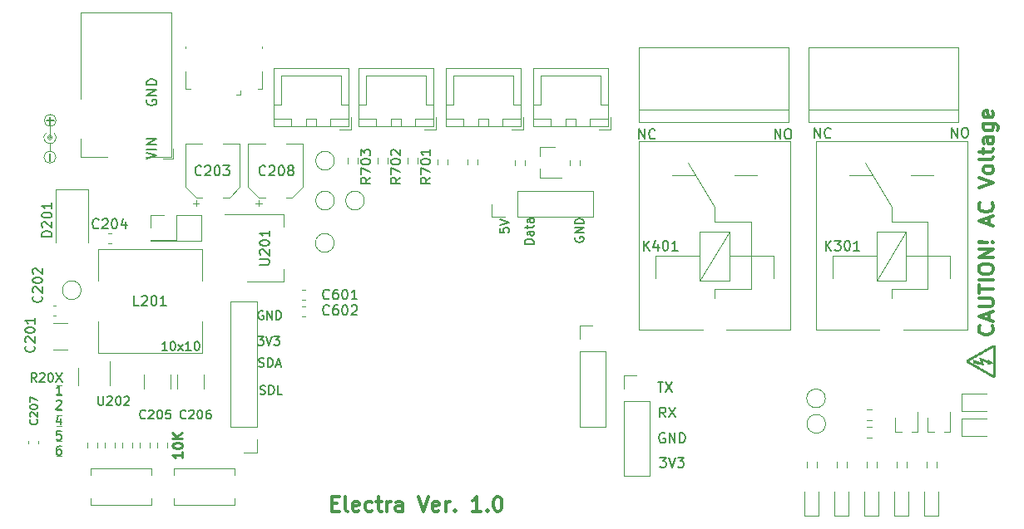
<source format=gbr>
G04 #@! TF.GenerationSoftware,KiCad,Pcbnew,5.1.9-73d0e3b20d~88~ubuntu18.04.1*
G04 #@! TF.CreationDate,2021-03-27T22:42:29+02:00*
G04 #@! TF.ProjectId,Electra,456c6563-7472-4612-9e6b-696361645f70,1*
G04 #@! TF.SameCoordinates,Original*
G04 #@! TF.FileFunction,Legend,Top*
G04 #@! TF.FilePolarity,Positive*
%FSLAX46Y46*%
G04 Gerber Fmt 4.6, Leading zero omitted, Abs format (unit mm)*
G04 Created by KiCad (PCBNEW 5.1.9-73d0e3b20d~88~ubuntu18.04.1) date 2021-03-27 22:42:29*
%MOMM*%
%LPD*%
G01*
G04 APERTURE LIST*
%ADD10C,0.150000*%
%ADD11C,0.120000*%
%ADD12C,0.250000*%
%ADD13C,0.300000*%
%ADD14C,0.010000*%
G04 APERTURE END LIST*
D10*
X100271428Y-82330952D02*
X100271428Y-81569047D01*
X99919047Y-78196428D02*
X100680952Y-78196428D01*
X100300000Y-78577380D02*
X100300000Y-77815476D01*
D11*
X100330902Y-79925000D02*
G75*
G03*
X100330902Y-79925000I-55902J0D01*
G01*
X100402475Y-79925000D02*
G75*
G03*
X100402475Y-79925000I-127475J0D01*
G01*
X100512171Y-79925000D02*
G75*
G03*
X100512171Y-79925000I-237171J0D01*
G01*
X100275000Y-79675000D02*
X100275000Y-78850000D01*
X100674999Y-79475001D02*
G75*
G02*
X99875001Y-79475001I-399999J-474999D01*
G01*
X100275000Y-81325000D02*
X100275000Y-80600000D01*
X100912883Y-78187882D02*
G75*
G03*
X100912883Y-78187882I-612883J0D01*
G01*
X100887883Y-81937882D02*
G75*
G03*
X100887883Y-81937882I-612883J0D01*
G01*
D10*
X112182142Y-101632142D02*
X111667857Y-101632142D01*
X111925000Y-101632142D02*
X111925000Y-100732142D01*
X111839285Y-100860714D01*
X111753571Y-100946428D01*
X111667857Y-100989285D01*
X112739285Y-100732142D02*
X112825000Y-100732142D01*
X112910714Y-100775000D01*
X112953571Y-100817857D01*
X112996428Y-100903571D01*
X113039285Y-101075000D01*
X113039285Y-101289285D01*
X112996428Y-101460714D01*
X112953571Y-101546428D01*
X112910714Y-101589285D01*
X112825000Y-101632142D01*
X112739285Y-101632142D01*
X112653571Y-101589285D01*
X112610714Y-101546428D01*
X112567857Y-101460714D01*
X112525000Y-101289285D01*
X112525000Y-101075000D01*
X112567857Y-100903571D01*
X112610714Y-100817857D01*
X112653571Y-100775000D01*
X112739285Y-100732142D01*
X113339285Y-101632142D02*
X113810714Y-101032142D01*
X113339285Y-101032142D02*
X113810714Y-101632142D01*
X114625000Y-101632142D02*
X114110714Y-101632142D01*
X114367857Y-101632142D02*
X114367857Y-100732142D01*
X114282142Y-100860714D01*
X114196428Y-100946428D01*
X114110714Y-100989285D01*
X115182142Y-100732142D02*
X115267857Y-100732142D01*
X115353571Y-100775000D01*
X115396428Y-100817857D01*
X115439285Y-100903571D01*
X115482142Y-101075000D01*
X115482142Y-101289285D01*
X115439285Y-101460714D01*
X115396428Y-101546428D01*
X115353571Y-101589285D01*
X115267857Y-101632142D01*
X115182142Y-101632142D01*
X115096428Y-101589285D01*
X115053571Y-101546428D01*
X115010714Y-101460714D01*
X114967857Y-101289285D01*
X114967857Y-101075000D01*
X115010714Y-100903571D01*
X115053571Y-100817857D01*
X115096428Y-100775000D01*
X115182142Y-100732142D01*
X178114285Y-79977380D02*
X178114285Y-78977380D01*
X178685714Y-79977380D01*
X178685714Y-78977380D01*
X179733333Y-79882142D02*
X179685714Y-79929761D01*
X179542857Y-79977380D01*
X179447619Y-79977380D01*
X179304761Y-79929761D01*
X179209523Y-79834523D01*
X179161904Y-79739285D01*
X179114285Y-79548809D01*
X179114285Y-79405952D01*
X179161904Y-79215476D01*
X179209523Y-79120238D01*
X179304761Y-79025000D01*
X179447619Y-78977380D01*
X179542857Y-78977380D01*
X179685714Y-79025000D01*
X179733333Y-79072619D01*
X160239285Y-80077380D02*
X160239285Y-79077380D01*
X160810714Y-80077380D01*
X160810714Y-79077380D01*
X161858333Y-79982142D02*
X161810714Y-80029761D01*
X161667857Y-80077380D01*
X161572619Y-80077380D01*
X161429761Y-80029761D01*
X161334523Y-79934523D01*
X161286904Y-79839285D01*
X161239285Y-79648809D01*
X161239285Y-79505952D01*
X161286904Y-79315476D01*
X161334523Y-79220238D01*
X161429761Y-79125000D01*
X161572619Y-79077380D01*
X161667857Y-79077380D01*
X161810714Y-79125000D01*
X161858333Y-79172619D01*
X192065476Y-79927380D02*
X192065476Y-78927380D01*
X192636904Y-79927380D01*
X192636904Y-78927380D01*
X193303571Y-78927380D02*
X193494047Y-78927380D01*
X193589285Y-78975000D01*
X193684523Y-79070238D01*
X193732142Y-79260714D01*
X193732142Y-79594047D01*
X193684523Y-79784523D01*
X193589285Y-79879761D01*
X193494047Y-79927380D01*
X193303571Y-79927380D01*
X193208333Y-79879761D01*
X193113095Y-79784523D01*
X193065476Y-79594047D01*
X193065476Y-79260714D01*
X193113095Y-79070238D01*
X193208333Y-78975000D01*
X193303571Y-78927380D01*
X174065476Y-80077380D02*
X174065476Y-79077380D01*
X174636904Y-80077380D01*
X174636904Y-79077380D01*
X175303571Y-79077380D02*
X175494047Y-79077380D01*
X175589285Y-79125000D01*
X175684523Y-79220238D01*
X175732142Y-79410714D01*
X175732142Y-79744047D01*
X175684523Y-79934523D01*
X175589285Y-80029761D01*
X175494047Y-80077380D01*
X175303571Y-80077380D01*
X175208333Y-80029761D01*
X175113095Y-79934523D01*
X175065476Y-79744047D01*
X175065476Y-79410714D01*
X175113095Y-79220238D01*
X175208333Y-79125000D01*
X175303571Y-79077380D01*
X98892857Y-104857142D02*
X98592857Y-104428571D01*
X98378571Y-104857142D02*
X98378571Y-103957142D01*
X98721428Y-103957142D01*
X98807142Y-104000000D01*
X98850000Y-104042857D01*
X98892857Y-104128571D01*
X98892857Y-104257142D01*
X98850000Y-104342857D01*
X98807142Y-104385714D01*
X98721428Y-104428571D01*
X98378571Y-104428571D01*
X99235714Y-104042857D02*
X99278571Y-104000000D01*
X99364285Y-103957142D01*
X99578571Y-103957142D01*
X99664285Y-104000000D01*
X99707142Y-104042857D01*
X99750000Y-104128571D01*
X99750000Y-104214285D01*
X99707142Y-104342857D01*
X99192857Y-104857142D01*
X99750000Y-104857142D01*
X100307142Y-103957142D02*
X100392857Y-103957142D01*
X100478571Y-104000000D01*
X100521428Y-104042857D01*
X100564285Y-104128571D01*
X100607142Y-104300000D01*
X100607142Y-104514285D01*
X100564285Y-104685714D01*
X100521428Y-104771428D01*
X100478571Y-104814285D01*
X100392857Y-104857142D01*
X100307142Y-104857142D01*
X100221428Y-104814285D01*
X100178571Y-104771428D01*
X100135714Y-104685714D01*
X100092857Y-104514285D01*
X100092857Y-104300000D01*
X100135714Y-104128571D01*
X100178571Y-104042857D01*
X100221428Y-104000000D01*
X100307142Y-103957142D01*
X100907142Y-103957142D02*
X101507142Y-104857142D01*
X101507142Y-103957142D02*
X100907142Y-104857142D01*
D12*
X113752380Y-111990476D02*
X113752380Y-112561904D01*
X113752380Y-112276190D02*
X112752380Y-112276190D01*
X112895238Y-112371428D01*
X112990476Y-112466666D01*
X113038095Y-112561904D01*
X112752380Y-111371428D02*
X112752380Y-111276190D01*
X112800000Y-111180952D01*
X112847619Y-111133333D01*
X112942857Y-111085714D01*
X113133333Y-111038095D01*
X113371428Y-111038095D01*
X113561904Y-111085714D01*
X113657142Y-111133333D01*
X113704761Y-111180952D01*
X113752380Y-111276190D01*
X113752380Y-111371428D01*
X113704761Y-111466666D01*
X113657142Y-111514285D01*
X113561904Y-111561904D01*
X113371428Y-111609523D01*
X113133333Y-111609523D01*
X112942857Y-111561904D01*
X112847619Y-111514285D01*
X112800000Y-111466666D01*
X112752380Y-111371428D01*
X113752380Y-110609523D02*
X112752380Y-110609523D01*
X113752380Y-110038095D02*
X113180952Y-110466666D01*
X112752380Y-110038095D02*
X113323809Y-110609523D01*
D13*
X196160714Y-99100000D02*
X196232142Y-99171428D01*
X196303571Y-99385714D01*
X196303571Y-99528571D01*
X196232142Y-99742857D01*
X196089285Y-99885714D01*
X195946428Y-99957142D01*
X195660714Y-100028571D01*
X195446428Y-100028571D01*
X195160714Y-99957142D01*
X195017857Y-99885714D01*
X194875000Y-99742857D01*
X194803571Y-99528571D01*
X194803571Y-99385714D01*
X194875000Y-99171428D01*
X194946428Y-99100000D01*
X195875000Y-98528571D02*
X195875000Y-97814285D01*
X196303571Y-98671428D02*
X194803571Y-98171428D01*
X196303571Y-97671428D01*
X194803571Y-97171428D02*
X196017857Y-97171428D01*
X196160714Y-97100000D01*
X196232142Y-97028571D01*
X196303571Y-96885714D01*
X196303571Y-96600000D01*
X196232142Y-96457142D01*
X196160714Y-96385714D01*
X196017857Y-96314285D01*
X194803571Y-96314285D01*
X194803571Y-95814285D02*
X194803571Y-94957142D01*
X196303571Y-95385714D02*
X194803571Y-95385714D01*
X196303571Y-94457142D02*
X194803571Y-94457142D01*
X194803571Y-93457142D02*
X194803571Y-93171428D01*
X194875000Y-93028571D01*
X195017857Y-92885714D01*
X195303571Y-92814285D01*
X195803571Y-92814285D01*
X196089285Y-92885714D01*
X196232142Y-93028571D01*
X196303571Y-93171428D01*
X196303571Y-93457142D01*
X196232142Y-93600000D01*
X196089285Y-93742857D01*
X195803571Y-93814285D01*
X195303571Y-93814285D01*
X195017857Y-93742857D01*
X194875000Y-93600000D01*
X194803571Y-93457142D01*
X196303571Y-92171428D02*
X194803571Y-92171428D01*
X196303571Y-91314285D01*
X194803571Y-91314285D01*
X196160714Y-90600000D02*
X196232142Y-90528571D01*
X196303571Y-90600000D01*
X196232142Y-90671428D01*
X196160714Y-90600000D01*
X196303571Y-90600000D01*
X195732142Y-90600000D02*
X194875000Y-90671428D01*
X194803571Y-90600000D01*
X194875000Y-90528571D01*
X195732142Y-90600000D01*
X194803571Y-90600000D01*
X195875000Y-88814285D02*
X195875000Y-88100000D01*
X196303571Y-88957142D02*
X194803571Y-88457142D01*
X196303571Y-87957142D01*
X196160714Y-86600000D02*
X196232142Y-86671428D01*
X196303571Y-86885714D01*
X196303571Y-87028571D01*
X196232142Y-87242857D01*
X196089285Y-87385714D01*
X195946428Y-87457142D01*
X195660714Y-87528571D01*
X195446428Y-87528571D01*
X195160714Y-87457142D01*
X195017857Y-87385714D01*
X194875000Y-87242857D01*
X194803571Y-87028571D01*
X194803571Y-86885714D01*
X194875000Y-86671428D01*
X194946428Y-86600000D01*
X194803571Y-85028571D02*
X196303571Y-84528571D01*
X194803571Y-84028571D01*
X196303571Y-83314285D02*
X196232142Y-83457142D01*
X196160714Y-83528571D01*
X196017857Y-83600000D01*
X195589285Y-83600000D01*
X195446428Y-83528571D01*
X195375000Y-83457142D01*
X195303571Y-83314285D01*
X195303571Y-83100000D01*
X195375000Y-82957142D01*
X195446428Y-82885714D01*
X195589285Y-82814285D01*
X196017857Y-82814285D01*
X196160714Y-82885714D01*
X196232142Y-82957142D01*
X196303571Y-83100000D01*
X196303571Y-83314285D01*
X196303571Y-81957142D02*
X196232142Y-82100000D01*
X196089285Y-82171428D01*
X194803571Y-82171428D01*
X195303571Y-81600000D02*
X195303571Y-81028571D01*
X194803571Y-81385714D02*
X196089285Y-81385714D01*
X196232142Y-81314285D01*
X196303571Y-81171428D01*
X196303571Y-81028571D01*
X196303571Y-79885714D02*
X195517857Y-79885714D01*
X195375000Y-79957142D01*
X195303571Y-80100000D01*
X195303571Y-80385714D01*
X195375000Y-80528571D01*
X196232142Y-79885714D02*
X196303571Y-80028571D01*
X196303571Y-80385714D01*
X196232142Y-80528571D01*
X196089285Y-80600000D01*
X195946428Y-80600000D01*
X195803571Y-80528571D01*
X195732142Y-80385714D01*
X195732142Y-80028571D01*
X195660714Y-79885714D01*
X195303571Y-78528571D02*
X196517857Y-78528571D01*
X196660714Y-78600000D01*
X196732142Y-78671428D01*
X196803571Y-78814285D01*
X196803571Y-79028571D01*
X196732142Y-79171428D01*
X196232142Y-78528571D02*
X196303571Y-78671428D01*
X196303571Y-78957142D01*
X196232142Y-79100000D01*
X196160714Y-79171428D01*
X196017857Y-79242857D01*
X195589285Y-79242857D01*
X195446428Y-79171428D01*
X195375000Y-79100000D01*
X195303571Y-78957142D01*
X195303571Y-78671428D01*
X195375000Y-78528571D01*
X196232142Y-77242857D02*
X196303571Y-77385714D01*
X196303571Y-77671428D01*
X196232142Y-77814285D01*
X196089285Y-77885714D01*
X195517857Y-77885714D01*
X195375000Y-77814285D01*
X195303571Y-77671428D01*
X195303571Y-77385714D01*
X195375000Y-77242857D01*
X195517857Y-77171428D01*
X195660714Y-77171428D01*
X195803571Y-77885714D01*
D10*
X110127380Y-82120238D02*
X111127380Y-81786904D01*
X110127380Y-81453571D01*
X111127380Y-81120238D02*
X110127380Y-81120238D01*
X111127380Y-80644047D02*
X110127380Y-80644047D01*
X111127380Y-80072619D01*
X110127380Y-80072619D01*
X110175000Y-76086904D02*
X110127380Y-76182142D01*
X110127380Y-76325000D01*
X110175000Y-76467857D01*
X110270238Y-76563095D01*
X110365476Y-76610714D01*
X110555952Y-76658333D01*
X110698809Y-76658333D01*
X110889285Y-76610714D01*
X110984523Y-76563095D01*
X111079761Y-76467857D01*
X111127380Y-76325000D01*
X111127380Y-76229761D01*
X111079761Y-76086904D01*
X111032142Y-76039285D01*
X110698809Y-76039285D01*
X110698809Y-76229761D01*
X111127380Y-75610714D02*
X110127380Y-75610714D01*
X111127380Y-75039285D01*
X110127380Y-75039285D01*
X111127380Y-74563095D02*
X110127380Y-74563095D01*
X110127380Y-74325000D01*
X110175000Y-74182142D01*
X110270238Y-74086904D01*
X110365476Y-74039285D01*
X110555952Y-73991666D01*
X110698809Y-73991666D01*
X110889285Y-74039285D01*
X110984523Y-74086904D01*
X111079761Y-74182142D01*
X111127380Y-74325000D01*
X111127380Y-74563095D01*
X149507142Y-90807142D02*
X148607142Y-90807142D01*
X148607142Y-90592857D01*
X148650000Y-90464285D01*
X148735714Y-90378571D01*
X148821428Y-90335714D01*
X148992857Y-90292857D01*
X149121428Y-90292857D01*
X149292857Y-90335714D01*
X149378571Y-90378571D01*
X149464285Y-90464285D01*
X149507142Y-90592857D01*
X149507142Y-90807142D01*
X149507142Y-89521428D02*
X149035714Y-89521428D01*
X148950000Y-89564285D01*
X148907142Y-89650000D01*
X148907142Y-89821428D01*
X148950000Y-89907142D01*
X149464285Y-89521428D02*
X149507142Y-89607142D01*
X149507142Y-89821428D01*
X149464285Y-89907142D01*
X149378571Y-89950000D01*
X149292857Y-89950000D01*
X149207142Y-89907142D01*
X149164285Y-89821428D01*
X149164285Y-89607142D01*
X149121428Y-89521428D01*
X148907142Y-89221428D02*
X148907142Y-88878571D01*
X148607142Y-89092857D02*
X149378571Y-89092857D01*
X149464285Y-89050000D01*
X149507142Y-88964285D01*
X149507142Y-88878571D01*
X149507142Y-88192857D02*
X149035714Y-88192857D01*
X148950000Y-88235714D01*
X148907142Y-88321428D01*
X148907142Y-88492857D01*
X148950000Y-88578571D01*
X149464285Y-88192857D02*
X149507142Y-88278571D01*
X149507142Y-88492857D01*
X149464285Y-88578571D01*
X149378571Y-88621428D01*
X149292857Y-88621428D01*
X149207142Y-88578571D01*
X149164285Y-88492857D01*
X149164285Y-88278571D01*
X149121428Y-88192857D01*
X146107142Y-89171428D02*
X146107142Y-89600000D01*
X146535714Y-89642857D01*
X146492857Y-89600000D01*
X146450000Y-89514285D01*
X146450000Y-89300000D01*
X146492857Y-89214285D01*
X146535714Y-89171428D01*
X146621428Y-89128571D01*
X146835714Y-89128571D01*
X146921428Y-89171428D01*
X146964285Y-89214285D01*
X147007142Y-89300000D01*
X147007142Y-89514285D01*
X146964285Y-89600000D01*
X146921428Y-89642857D01*
X146107142Y-88871428D02*
X147007142Y-88571428D01*
X146107142Y-88271428D01*
X153750000Y-90085714D02*
X153707142Y-90171428D01*
X153707142Y-90300000D01*
X153750000Y-90428571D01*
X153835714Y-90514285D01*
X153921428Y-90557142D01*
X154092857Y-90600000D01*
X154221428Y-90600000D01*
X154392857Y-90557142D01*
X154478571Y-90514285D01*
X154564285Y-90428571D01*
X154607142Y-90300000D01*
X154607142Y-90214285D01*
X154564285Y-90085714D01*
X154521428Y-90042857D01*
X154221428Y-90042857D01*
X154221428Y-90214285D01*
X154607142Y-89657142D02*
X153707142Y-89657142D01*
X154607142Y-89142857D01*
X153707142Y-89142857D01*
X154607142Y-88714285D02*
X153707142Y-88714285D01*
X153707142Y-88500000D01*
X153750000Y-88371428D01*
X153835714Y-88285714D01*
X153921428Y-88242857D01*
X154092857Y-88200000D01*
X154221428Y-88200000D01*
X154392857Y-88242857D01*
X154478571Y-88285714D01*
X154564285Y-88371428D01*
X154607142Y-88500000D01*
X154607142Y-88714285D01*
X121678571Y-106064285D02*
X121807142Y-106107142D01*
X122021428Y-106107142D01*
X122107142Y-106064285D01*
X122150000Y-106021428D01*
X122192857Y-105935714D01*
X122192857Y-105850000D01*
X122150000Y-105764285D01*
X122107142Y-105721428D01*
X122021428Y-105678571D01*
X121850000Y-105635714D01*
X121764285Y-105592857D01*
X121721428Y-105550000D01*
X121678571Y-105464285D01*
X121678571Y-105378571D01*
X121721428Y-105292857D01*
X121764285Y-105250000D01*
X121850000Y-105207142D01*
X122064285Y-105207142D01*
X122192857Y-105250000D01*
X122578571Y-106107142D02*
X122578571Y-105207142D01*
X122792857Y-105207142D01*
X122921428Y-105250000D01*
X123007142Y-105335714D01*
X123050000Y-105421428D01*
X123092857Y-105592857D01*
X123092857Y-105721428D01*
X123050000Y-105892857D01*
X123007142Y-105978571D01*
X122921428Y-106064285D01*
X122792857Y-106107142D01*
X122578571Y-106107142D01*
X123907142Y-106107142D02*
X123478571Y-106107142D01*
X123478571Y-105207142D01*
X121557142Y-103264285D02*
X121685714Y-103307142D01*
X121900000Y-103307142D01*
X121985714Y-103264285D01*
X122028571Y-103221428D01*
X122071428Y-103135714D01*
X122071428Y-103050000D01*
X122028571Y-102964285D01*
X121985714Y-102921428D01*
X121900000Y-102878571D01*
X121728571Y-102835714D01*
X121642857Y-102792857D01*
X121600000Y-102750000D01*
X121557142Y-102664285D01*
X121557142Y-102578571D01*
X121600000Y-102492857D01*
X121642857Y-102450000D01*
X121728571Y-102407142D01*
X121942857Y-102407142D01*
X122071428Y-102450000D01*
X122457142Y-103307142D02*
X122457142Y-102407142D01*
X122671428Y-102407142D01*
X122800000Y-102450000D01*
X122885714Y-102535714D01*
X122928571Y-102621428D01*
X122971428Y-102792857D01*
X122971428Y-102921428D01*
X122928571Y-103092857D01*
X122885714Y-103178571D01*
X122800000Y-103264285D01*
X122671428Y-103307142D01*
X122457142Y-103307142D01*
X123314285Y-103050000D02*
X123742857Y-103050000D01*
X123228571Y-103307142D02*
X123528571Y-102407142D01*
X123828571Y-103307142D01*
X121435714Y-100207142D02*
X121992857Y-100207142D01*
X121692857Y-100550000D01*
X121821428Y-100550000D01*
X121907142Y-100592857D01*
X121950000Y-100635714D01*
X121992857Y-100721428D01*
X121992857Y-100935714D01*
X121950000Y-101021428D01*
X121907142Y-101064285D01*
X121821428Y-101107142D01*
X121564285Y-101107142D01*
X121478571Y-101064285D01*
X121435714Y-101021428D01*
X122250000Y-100207142D02*
X122550000Y-101107142D01*
X122850000Y-100207142D01*
X123064285Y-100207142D02*
X123621428Y-100207142D01*
X123321428Y-100550000D01*
X123450000Y-100550000D01*
X123535714Y-100592857D01*
X123578571Y-100635714D01*
X123621428Y-100721428D01*
X123621428Y-100935714D01*
X123578571Y-101021428D01*
X123535714Y-101064285D01*
X123450000Y-101107142D01*
X123192857Y-101107142D01*
X123107142Y-101064285D01*
X123064285Y-101021428D01*
X121964285Y-97650000D02*
X121878571Y-97607142D01*
X121750000Y-97607142D01*
X121621428Y-97650000D01*
X121535714Y-97735714D01*
X121492857Y-97821428D01*
X121450000Y-97992857D01*
X121450000Y-98121428D01*
X121492857Y-98292857D01*
X121535714Y-98378571D01*
X121621428Y-98464285D01*
X121750000Y-98507142D01*
X121835714Y-98507142D01*
X121964285Y-98464285D01*
X122007142Y-98421428D01*
X122007142Y-98121428D01*
X121835714Y-98121428D01*
X122392857Y-98507142D02*
X122392857Y-97607142D01*
X122907142Y-98507142D01*
X122907142Y-97607142D01*
X123335714Y-98507142D02*
X123335714Y-97607142D01*
X123550000Y-97607142D01*
X123678571Y-97650000D01*
X123764285Y-97735714D01*
X123807142Y-97821428D01*
X123850000Y-97992857D01*
X123850000Y-98121428D01*
X123807142Y-98292857D01*
X123764285Y-98378571D01*
X123678571Y-98464285D01*
X123550000Y-98507142D01*
X123335714Y-98507142D01*
X162361904Y-112552380D02*
X162980952Y-112552380D01*
X162647619Y-112933333D01*
X162790476Y-112933333D01*
X162885714Y-112980952D01*
X162933333Y-113028571D01*
X162980952Y-113123809D01*
X162980952Y-113361904D01*
X162933333Y-113457142D01*
X162885714Y-113504761D01*
X162790476Y-113552380D01*
X162504761Y-113552380D01*
X162409523Y-113504761D01*
X162361904Y-113457142D01*
X163266666Y-112552380D02*
X163600000Y-113552380D01*
X163933333Y-112552380D01*
X164171428Y-112552380D02*
X164790476Y-112552380D01*
X164457142Y-112933333D01*
X164600000Y-112933333D01*
X164695238Y-112980952D01*
X164742857Y-113028571D01*
X164790476Y-113123809D01*
X164790476Y-113361904D01*
X164742857Y-113457142D01*
X164695238Y-113504761D01*
X164600000Y-113552380D01*
X164314285Y-113552380D01*
X164219047Y-113504761D01*
X164171428Y-113457142D01*
X162838095Y-110100000D02*
X162742857Y-110052380D01*
X162600000Y-110052380D01*
X162457142Y-110100000D01*
X162361904Y-110195238D01*
X162314285Y-110290476D01*
X162266666Y-110480952D01*
X162266666Y-110623809D01*
X162314285Y-110814285D01*
X162361904Y-110909523D01*
X162457142Y-111004761D01*
X162600000Y-111052380D01*
X162695238Y-111052380D01*
X162838095Y-111004761D01*
X162885714Y-110957142D01*
X162885714Y-110623809D01*
X162695238Y-110623809D01*
X163314285Y-111052380D02*
X163314285Y-110052380D01*
X163885714Y-111052380D01*
X163885714Y-110052380D01*
X164361904Y-111052380D02*
X164361904Y-110052380D01*
X164600000Y-110052380D01*
X164742857Y-110100000D01*
X164838095Y-110195238D01*
X164885714Y-110290476D01*
X164933333Y-110480952D01*
X164933333Y-110623809D01*
X164885714Y-110814285D01*
X164838095Y-110909523D01*
X164742857Y-111004761D01*
X164600000Y-111052380D01*
X164361904Y-111052380D01*
X162933333Y-108452380D02*
X162600000Y-107976190D01*
X162361904Y-108452380D02*
X162361904Y-107452380D01*
X162742857Y-107452380D01*
X162838095Y-107500000D01*
X162885714Y-107547619D01*
X162933333Y-107642857D01*
X162933333Y-107785714D01*
X162885714Y-107880952D01*
X162838095Y-107928571D01*
X162742857Y-107976190D01*
X162361904Y-107976190D01*
X163266666Y-107452380D02*
X163933333Y-108452380D01*
X163933333Y-107452380D02*
X163266666Y-108452380D01*
X162138095Y-104852380D02*
X162709523Y-104852380D01*
X162423809Y-105852380D02*
X162423809Y-104852380D01*
X162947619Y-104852380D02*
X163614285Y-105852380D01*
X163614285Y-104852380D02*
X162947619Y-105852380D01*
D13*
X128992857Y-117242857D02*
X129492857Y-117242857D01*
X129707142Y-118028571D02*
X128992857Y-118028571D01*
X128992857Y-116528571D01*
X129707142Y-116528571D01*
X130564285Y-118028571D02*
X130421428Y-117957142D01*
X130350000Y-117814285D01*
X130350000Y-116528571D01*
X131707142Y-117957142D02*
X131564285Y-118028571D01*
X131278571Y-118028571D01*
X131135714Y-117957142D01*
X131064285Y-117814285D01*
X131064285Y-117242857D01*
X131135714Y-117100000D01*
X131278571Y-117028571D01*
X131564285Y-117028571D01*
X131707142Y-117100000D01*
X131778571Y-117242857D01*
X131778571Y-117385714D01*
X131064285Y-117528571D01*
X133064285Y-117957142D02*
X132921428Y-118028571D01*
X132635714Y-118028571D01*
X132492857Y-117957142D01*
X132421428Y-117885714D01*
X132350000Y-117742857D01*
X132350000Y-117314285D01*
X132421428Y-117171428D01*
X132492857Y-117100000D01*
X132635714Y-117028571D01*
X132921428Y-117028571D01*
X133064285Y-117100000D01*
X133492857Y-117028571D02*
X134064285Y-117028571D01*
X133707142Y-116528571D02*
X133707142Y-117814285D01*
X133778571Y-117957142D01*
X133921428Y-118028571D01*
X134064285Y-118028571D01*
X134564285Y-118028571D02*
X134564285Y-117028571D01*
X134564285Y-117314285D02*
X134635714Y-117171428D01*
X134707142Y-117100000D01*
X134850000Y-117028571D01*
X134992857Y-117028571D01*
X136135714Y-118028571D02*
X136135714Y-117242857D01*
X136064285Y-117100000D01*
X135921428Y-117028571D01*
X135635714Y-117028571D01*
X135492857Y-117100000D01*
X136135714Y-117957142D02*
X135992857Y-118028571D01*
X135635714Y-118028571D01*
X135492857Y-117957142D01*
X135421428Y-117814285D01*
X135421428Y-117671428D01*
X135492857Y-117528571D01*
X135635714Y-117457142D01*
X135992857Y-117457142D01*
X136135714Y-117385714D01*
X137778571Y-116528571D02*
X138278571Y-118028571D01*
X138778571Y-116528571D01*
X139850000Y-117957142D02*
X139707142Y-118028571D01*
X139421428Y-118028571D01*
X139278571Y-117957142D01*
X139207142Y-117814285D01*
X139207142Y-117242857D01*
X139278571Y-117100000D01*
X139421428Y-117028571D01*
X139707142Y-117028571D01*
X139850000Y-117100000D01*
X139921428Y-117242857D01*
X139921428Y-117385714D01*
X139207142Y-117528571D01*
X140564285Y-118028571D02*
X140564285Y-117028571D01*
X140564285Y-117314285D02*
X140635714Y-117171428D01*
X140707142Y-117100000D01*
X140850000Y-117028571D01*
X140992857Y-117028571D01*
X141492857Y-117885714D02*
X141564285Y-117957142D01*
X141492857Y-118028571D01*
X141421428Y-117957142D01*
X141492857Y-117885714D01*
X141492857Y-118028571D01*
X144135714Y-118028571D02*
X143278571Y-118028571D01*
X143707142Y-118028571D02*
X143707142Y-116528571D01*
X143564285Y-116742857D01*
X143421428Y-116885714D01*
X143278571Y-116957142D01*
X144778571Y-117885714D02*
X144850000Y-117957142D01*
X144778571Y-118028571D01*
X144707142Y-117957142D01*
X144778571Y-117885714D01*
X144778571Y-118028571D01*
X145778571Y-116528571D02*
X145921428Y-116528571D01*
X146064285Y-116600000D01*
X146135714Y-116671428D01*
X146207142Y-116814285D01*
X146278571Y-117100000D01*
X146278571Y-117457142D01*
X146207142Y-117742857D01*
X146135714Y-117885714D01*
X146064285Y-117957142D01*
X145921428Y-118028571D01*
X145778571Y-118028571D01*
X145635714Y-117957142D01*
X145564285Y-117885714D01*
X145492857Y-117742857D01*
X145421428Y-117457142D01*
X145421428Y-117100000D01*
X145492857Y-116814285D01*
X145564285Y-116671428D01*
X145635714Y-116600000D01*
X145778571Y-116528571D01*
D11*
X148181000Y-78806000D02*
X148181000Y-72836000D01*
X148181000Y-72836000D02*
X140561000Y-72836000D01*
X140561000Y-72836000D02*
X140561000Y-78806000D01*
X140561000Y-78806000D02*
X148181000Y-78806000D01*
X144871000Y-78796000D02*
X144871000Y-78046000D01*
X144871000Y-78046000D02*
X143871000Y-78046000D01*
X143871000Y-78046000D02*
X143871000Y-78796000D01*
X143871000Y-78796000D02*
X144871000Y-78796000D01*
X148171000Y-78796000D02*
X148171000Y-78046000D01*
X148171000Y-78046000D02*
X146371000Y-78046000D01*
X146371000Y-78046000D02*
X146371000Y-78796000D01*
X146371000Y-78796000D02*
X148171000Y-78796000D01*
X142371000Y-78796000D02*
X142371000Y-78046000D01*
X142371000Y-78046000D02*
X140571000Y-78046000D01*
X140571000Y-78046000D02*
X140571000Y-78796000D01*
X140571000Y-78796000D02*
X142371000Y-78796000D01*
X148171000Y-76546000D02*
X147421000Y-76546000D01*
X147421000Y-76546000D02*
X147421000Y-73596000D01*
X147421000Y-73596000D02*
X144371000Y-73596000D01*
X140571000Y-76546000D02*
X141321000Y-76546000D01*
X141321000Y-76546000D02*
X141321000Y-73596000D01*
X141321000Y-73596000D02*
X144371000Y-73596000D01*
X147221000Y-79096000D02*
X148471000Y-79096000D01*
X148471000Y-79096000D02*
X148471000Y-77846000D01*
X112600000Y-81925000D02*
X110000000Y-81925000D01*
X112600000Y-67225000D02*
X112600000Y-81925000D01*
X103400000Y-81925000D02*
X103400000Y-80025000D01*
X106100000Y-81925000D02*
X103400000Y-81925000D01*
X103400000Y-67225000D02*
X112600000Y-67225000D01*
X103400000Y-76025000D02*
X103400000Y-67225000D01*
X112800000Y-81075000D02*
X112800000Y-82125000D01*
X111750000Y-82125000D02*
X112800000Y-82125000D01*
D14*
G36*
X194248918Y-102697471D02*
G01*
X194249888Y-102655538D01*
X194251365Y-102622416D01*
X194253234Y-102600673D01*
X194255375Y-102592880D01*
X194264204Y-102595739D01*
X194286966Y-102603944D01*
X194322170Y-102616935D01*
X194368325Y-102634154D01*
X194423940Y-102655043D01*
X194487525Y-102679043D01*
X194557588Y-102705595D01*
X194632639Y-102734140D01*
X194649669Y-102740632D01*
X194725461Y-102769449D01*
X194796477Y-102796290D01*
X194861245Y-102820611D01*
X194918294Y-102841866D01*
X194966150Y-102859510D01*
X195003342Y-102872997D01*
X195028399Y-102881783D01*
X195039847Y-102885322D01*
X195040400Y-102885337D01*
X195038461Y-102877138D01*
X195031464Y-102855270D01*
X195020044Y-102821565D01*
X195004839Y-102777857D01*
X194986482Y-102725979D01*
X194965609Y-102667763D01*
X194950455Y-102625910D01*
X194928256Y-102564430D01*
X194908171Y-102508019D01*
X194890833Y-102458516D01*
X194876873Y-102417759D01*
X194866925Y-102387589D01*
X194861620Y-102369843D01*
X194860981Y-102365818D01*
X194869006Y-102368354D01*
X194890855Y-102376945D01*
X194925217Y-102391037D01*
X194970783Y-102410075D01*
X195026241Y-102433507D01*
X195090281Y-102460776D01*
X195161592Y-102491331D01*
X195238863Y-102524617D01*
X195320784Y-102560079D01*
X195326641Y-102562621D01*
X195788589Y-102763138D01*
X195790949Y-102681548D01*
X195792565Y-102647471D01*
X195795033Y-102620936D01*
X195797966Y-102605309D01*
X195799987Y-102602613D01*
X195808394Y-102608432D01*
X195827459Y-102622920D01*
X195855224Y-102644511D01*
X195889729Y-102671638D01*
X195929015Y-102702736D01*
X195971123Y-102736240D01*
X196014095Y-102770582D01*
X196055971Y-102804199D01*
X196094793Y-102835522D01*
X196128601Y-102862988D01*
X196155437Y-102885030D01*
X196173341Y-102900082D01*
X196180354Y-102906578D01*
X196180386Y-102906665D01*
X196172721Y-102909273D01*
X196150838Y-102914659D01*
X196116718Y-102922390D01*
X196072344Y-102932028D01*
X196019697Y-102943138D01*
X195960757Y-102955286D01*
X195939271Y-102959649D01*
X195877666Y-102972140D01*
X195820796Y-102983725D01*
X195770822Y-102993959D01*
X195729906Y-103002399D01*
X195700209Y-103008600D01*
X195683891Y-103012117D01*
X195681928Y-103012582D01*
X195677746Y-103010013D01*
X195683466Y-102997176D01*
X195699506Y-102973320D01*
X195717022Y-102949763D01*
X195738299Y-102921473D01*
X195755214Y-102898341D01*
X195765642Y-102883308D01*
X195767945Y-102879191D01*
X195760507Y-102875449D01*
X195739491Y-102866802D01*
X195706848Y-102853975D01*
X195664527Y-102837689D01*
X195614477Y-102818669D01*
X195558648Y-102797637D01*
X195498990Y-102775317D01*
X195437451Y-102752431D01*
X195375982Y-102729703D01*
X195316532Y-102707857D01*
X195261050Y-102687614D01*
X195211486Y-102669699D01*
X195169790Y-102654835D01*
X195137910Y-102643744D01*
X195117797Y-102637150D01*
X195111379Y-102635640D01*
X195113110Y-102644023D01*
X195119744Y-102665947D01*
X195130617Y-102699407D01*
X195145061Y-102742397D01*
X195162412Y-102792910D01*
X195182003Y-102848942D01*
X195185041Y-102857549D01*
X195204978Y-102914116D01*
X195222930Y-102965332D01*
X195238210Y-103009212D01*
X195250130Y-103043776D01*
X195258003Y-103067041D01*
X195261143Y-103077023D01*
X195261163Y-103077253D01*
X195253079Y-103076061D01*
X195230135Y-103072176D01*
X195193722Y-103065843D01*
X195145232Y-103057310D01*
X195086056Y-103046823D01*
X195017586Y-103034628D01*
X194941212Y-103020973D01*
X194858326Y-103006104D01*
X194770319Y-102990268D01*
X194760533Y-102988504D01*
X194671873Y-102972539D01*
X194588043Y-102957477D01*
X194510454Y-102943570D01*
X194440515Y-102931068D01*
X194379638Y-102920224D01*
X194329232Y-102911288D01*
X194290708Y-102904511D01*
X194265478Y-102900145D01*
X194254950Y-102898440D01*
X194254763Y-102898426D01*
X194252810Y-102890591D01*
X194251110Y-102868812D01*
X194249767Y-102835660D01*
X194248885Y-102793706D01*
X194248570Y-102745644D01*
X194248918Y-102697471D01*
G37*
X194248918Y-102697471D02*
X194249888Y-102655538D01*
X194251365Y-102622416D01*
X194253234Y-102600673D01*
X194255375Y-102592880D01*
X194264204Y-102595739D01*
X194286966Y-102603944D01*
X194322170Y-102616935D01*
X194368325Y-102634154D01*
X194423940Y-102655043D01*
X194487525Y-102679043D01*
X194557588Y-102705595D01*
X194632639Y-102734140D01*
X194649669Y-102740632D01*
X194725461Y-102769449D01*
X194796477Y-102796290D01*
X194861245Y-102820611D01*
X194918294Y-102841866D01*
X194966150Y-102859510D01*
X195003342Y-102872997D01*
X195028399Y-102881783D01*
X195039847Y-102885322D01*
X195040400Y-102885337D01*
X195038461Y-102877138D01*
X195031464Y-102855270D01*
X195020044Y-102821565D01*
X195004839Y-102777857D01*
X194986482Y-102725979D01*
X194965609Y-102667763D01*
X194950455Y-102625910D01*
X194928256Y-102564430D01*
X194908171Y-102508019D01*
X194890833Y-102458516D01*
X194876873Y-102417759D01*
X194866925Y-102387589D01*
X194861620Y-102369843D01*
X194860981Y-102365818D01*
X194869006Y-102368354D01*
X194890855Y-102376945D01*
X194925217Y-102391037D01*
X194970783Y-102410075D01*
X195026241Y-102433507D01*
X195090281Y-102460776D01*
X195161592Y-102491331D01*
X195238863Y-102524617D01*
X195320784Y-102560079D01*
X195326641Y-102562621D01*
X195788589Y-102763138D01*
X195790949Y-102681548D01*
X195792565Y-102647471D01*
X195795033Y-102620936D01*
X195797966Y-102605309D01*
X195799987Y-102602613D01*
X195808394Y-102608432D01*
X195827459Y-102622920D01*
X195855224Y-102644511D01*
X195889729Y-102671638D01*
X195929015Y-102702736D01*
X195971123Y-102736240D01*
X196014095Y-102770582D01*
X196055971Y-102804199D01*
X196094793Y-102835522D01*
X196128601Y-102862988D01*
X196155437Y-102885030D01*
X196173341Y-102900082D01*
X196180354Y-102906578D01*
X196180386Y-102906665D01*
X196172721Y-102909273D01*
X196150838Y-102914659D01*
X196116718Y-102922390D01*
X196072344Y-102932028D01*
X196019697Y-102943138D01*
X195960757Y-102955286D01*
X195939271Y-102959649D01*
X195877666Y-102972140D01*
X195820796Y-102983725D01*
X195770822Y-102993959D01*
X195729906Y-103002399D01*
X195700209Y-103008600D01*
X195683891Y-103012117D01*
X195681928Y-103012582D01*
X195677746Y-103010013D01*
X195683466Y-102997176D01*
X195699506Y-102973320D01*
X195717022Y-102949763D01*
X195738299Y-102921473D01*
X195755214Y-102898341D01*
X195765642Y-102883308D01*
X195767945Y-102879191D01*
X195760507Y-102875449D01*
X195739491Y-102866802D01*
X195706848Y-102853975D01*
X195664527Y-102837689D01*
X195614477Y-102818669D01*
X195558648Y-102797637D01*
X195498990Y-102775317D01*
X195437451Y-102752431D01*
X195375982Y-102729703D01*
X195316532Y-102707857D01*
X195261050Y-102687614D01*
X195211486Y-102669699D01*
X195169790Y-102654835D01*
X195137910Y-102643744D01*
X195117797Y-102637150D01*
X195111379Y-102635640D01*
X195113110Y-102644023D01*
X195119744Y-102665947D01*
X195130617Y-102699407D01*
X195145061Y-102742397D01*
X195162412Y-102792910D01*
X195182003Y-102848942D01*
X195185041Y-102857549D01*
X195204978Y-102914116D01*
X195222930Y-102965332D01*
X195238210Y-103009212D01*
X195250130Y-103043776D01*
X195258003Y-103067041D01*
X195261143Y-103077023D01*
X195261163Y-103077253D01*
X195253079Y-103076061D01*
X195230135Y-103072176D01*
X195193722Y-103065843D01*
X195145232Y-103057310D01*
X195086056Y-103046823D01*
X195017586Y-103034628D01*
X194941212Y-103020973D01*
X194858326Y-103006104D01*
X194770319Y-102990268D01*
X194760533Y-102988504D01*
X194671873Y-102972539D01*
X194588043Y-102957477D01*
X194510454Y-102943570D01*
X194440515Y-102931068D01*
X194379638Y-102920224D01*
X194329232Y-102911288D01*
X194290708Y-102904511D01*
X194265478Y-102900145D01*
X194254950Y-102898440D01*
X194254763Y-102898426D01*
X194252810Y-102890591D01*
X194251110Y-102868812D01*
X194249767Y-102835660D01*
X194248885Y-102793706D01*
X194248570Y-102745644D01*
X194248918Y-102697471D01*
G36*
X193560273Y-102669488D02*
G01*
X193579231Y-102622090D01*
X193612682Y-102581548D01*
X193617870Y-102577041D01*
X193628651Y-102569962D01*
X193652888Y-102555348D01*
X193689691Y-102533703D01*
X193738170Y-102505528D01*
X193797435Y-102471326D01*
X193866595Y-102431602D01*
X193944759Y-102386856D01*
X194031037Y-102337592D01*
X194124539Y-102284313D01*
X194224375Y-102227522D01*
X194329653Y-102167721D01*
X194439484Y-102105412D01*
X194552977Y-102041100D01*
X194669241Y-101975286D01*
X194787387Y-101908473D01*
X194906523Y-101841165D01*
X195025760Y-101773863D01*
X195144207Y-101707071D01*
X195260973Y-101641292D01*
X195375168Y-101577027D01*
X195485903Y-101514781D01*
X195592285Y-101455055D01*
X195693425Y-101398353D01*
X195788433Y-101345177D01*
X195876417Y-101296030D01*
X195956488Y-101251414D01*
X196027756Y-101211833D01*
X196089329Y-101177790D01*
X196140317Y-101149786D01*
X196179831Y-101128326D01*
X196206978Y-101113911D01*
X196220870Y-101107044D01*
X196222107Y-101106583D01*
X196277676Y-101098288D01*
X196328938Y-101105476D01*
X196374309Y-101127491D01*
X196412205Y-101163678D01*
X196431411Y-101193238D01*
X196449187Y-101226268D01*
X196450587Y-102708485D01*
X196450699Y-102863972D01*
X196450740Y-103015167D01*
X196450711Y-103161232D01*
X196450617Y-103301325D01*
X196450459Y-103434605D01*
X196450241Y-103560232D01*
X196449964Y-103677366D01*
X196449633Y-103785166D01*
X196449250Y-103882791D01*
X196448817Y-103969400D01*
X196448337Y-104044154D01*
X196447814Y-104106211D01*
X196447249Y-104154731D01*
X196446646Y-104188874D01*
X196446007Y-104207798D01*
X196445646Y-104211399D01*
X196427979Y-104253483D01*
X196404067Y-104289224D01*
X196394121Y-104299720D01*
X196354905Y-104325698D01*
X196307898Y-104340050D01*
X196277845Y-104341174D01*
X196277845Y-104178197D01*
X196279179Y-104175271D01*
X196280400Y-104166054D01*
X196281514Y-104149934D01*
X196282523Y-104126300D01*
X196283433Y-104094538D01*
X196284247Y-104054039D01*
X196284971Y-104004190D01*
X196285608Y-103944379D01*
X196286162Y-103873995D01*
X196286639Y-103792426D01*
X196287042Y-103699061D01*
X196287375Y-103593287D01*
X196287644Y-103474492D01*
X196287852Y-103342066D01*
X196288004Y-103195397D01*
X196288104Y-103033872D01*
X196288156Y-102856880D01*
X196288166Y-102720871D01*
X196288147Y-102533330D01*
X196288085Y-102361676D01*
X196287977Y-102205280D01*
X196287818Y-102063516D01*
X196287603Y-101935755D01*
X196287327Y-101821369D01*
X196286987Y-101719730D01*
X196286578Y-101630211D01*
X196286095Y-101552183D01*
X196285533Y-101485018D01*
X196284889Y-101428089D01*
X196284157Y-101380767D01*
X196283333Y-101342425D01*
X196282412Y-101312434D01*
X196281391Y-101290167D01*
X196280264Y-101274996D01*
X196279026Y-101266293D01*
X196277674Y-101263429D01*
X196277633Y-101263427D01*
X196269580Y-101267409D01*
X196248038Y-101279022D01*
X196213895Y-101297767D01*
X196168035Y-101323145D01*
X196111346Y-101354658D01*
X196044713Y-101391804D01*
X195969024Y-101434086D01*
X195885165Y-101481005D01*
X195794022Y-101532061D01*
X195696480Y-101586754D01*
X195593428Y-101644587D01*
X195485751Y-101705059D01*
X195374335Y-101767672D01*
X195260067Y-101831926D01*
X195143833Y-101897322D01*
X195026520Y-101963362D01*
X194909014Y-102029545D01*
X194792201Y-102095373D01*
X194676967Y-102160347D01*
X194564200Y-102223967D01*
X194454785Y-102285734D01*
X194349609Y-102345150D01*
X194249559Y-102401715D01*
X194155519Y-102454929D01*
X194068378Y-102504294D01*
X193989021Y-102549311D01*
X193918335Y-102589480D01*
X193857205Y-102624302D01*
X193806519Y-102653279D01*
X193767163Y-102675910D01*
X193740023Y-102691697D01*
X193725985Y-102700141D01*
X193724220Y-102701367D01*
X193722049Y-102711466D01*
X193728348Y-102717127D01*
X193744474Y-102726746D01*
X193773494Y-102743731D01*
X193814530Y-102767577D01*
X193866701Y-102797780D01*
X193929128Y-102833836D01*
X194000932Y-102875242D01*
X194081233Y-102921492D01*
X194169152Y-102972084D01*
X194263809Y-103026513D01*
X194364324Y-103084275D01*
X194469819Y-103144866D01*
X194579414Y-103207782D01*
X194692229Y-103272519D01*
X194807385Y-103338573D01*
X194924003Y-103405440D01*
X195041202Y-103472617D01*
X195158103Y-103539598D01*
X195273828Y-103605880D01*
X195387496Y-103670959D01*
X195498227Y-103734331D01*
X195605143Y-103795492D01*
X195707365Y-103853938D01*
X195804011Y-103909165D01*
X195894204Y-103960669D01*
X195977063Y-104007945D01*
X196051709Y-104050490D01*
X196117262Y-104087801D01*
X196172844Y-104119372D01*
X196217574Y-104144699D01*
X196250573Y-104163280D01*
X196270962Y-104174609D01*
X196277845Y-104178197D01*
X196277845Y-104341174D01*
X196257821Y-104341924D01*
X196213849Y-104332174D01*
X196204035Y-104327111D01*
X196180798Y-104314313D01*
X196145027Y-104294291D01*
X196097610Y-104267553D01*
X196039435Y-104234608D01*
X195971391Y-104195966D01*
X195894364Y-104152137D01*
X195809245Y-104103630D01*
X195716919Y-104050954D01*
X195618277Y-103994618D01*
X195514205Y-103935131D01*
X195405592Y-103873004D01*
X195293326Y-103808745D01*
X195178295Y-103742864D01*
X195061387Y-103675870D01*
X194943490Y-103608272D01*
X194825493Y-103540580D01*
X194708283Y-103473304D01*
X194592749Y-103406951D01*
X194479779Y-103342033D01*
X194370261Y-103279057D01*
X194265082Y-103218534D01*
X194165132Y-103160972D01*
X194071298Y-103106882D01*
X193984468Y-103056772D01*
X193905531Y-103011152D01*
X193835374Y-102970531D01*
X193774885Y-102935418D01*
X193724954Y-102906323D01*
X193686467Y-102883756D01*
X193660313Y-102868224D01*
X193647947Y-102860614D01*
X193602562Y-102823243D01*
X193572631Y-102780455D01*
X193557861Y-102731801D01*
X193556722Y-102721585D01*
X193560273Y-102669488D01*
G37*
X193560273Y-102669488D02*
X193579231Y-102622090D01*
X193612682Y-102581548D01*
X193617870Y-102577041D01*
X193628651Y-102569962D01*
X193652888Y-102555348D01*
X193689691Y-102533703D01*
X193738170Y-102505528D01*
X193797435Y-102471326D01*
X193866595Y-102431602D01*
X193944759Y-102386856D01*
X194031037Y-102337592D01*
X194124539Y-102284313D01*
X194224375Y-102227522D01*
X194329653Y-102167721D01*
X194439484Y-102105412D01*
X194552977Y-102041100D01*
X194669241Y-101975286D01*
X194787387Y-101908473D01*
X194906523Y-101841165D01*
X195025760Y-101773863D01*
X195144207Y-101707071D01*
X195260973Y-101641292D01*
X195375168Y-101577027D01*
X195485903Y-101514781D01*
X195592285Y-101455055D01*
X195693425Y-101398353D01*
X195788433Y-101345177D01*
X195876417Y-101296030D01*
X195956488Y-101251414D01*
X196027756Y-101211833D01*
X196089329Y-101177790D01*
X196140317Y-101149786D01*
X196179831Y-101128326D01*
X196206978Y-101113911D01*
X196220870Y-101107044D01*
X196222107Y-101106583D01*
X196277676Y-101098288D01*
X196328938Y-101105476D01*
X196374309Y-101127491D01*
X196412205Y-101163678D01*
X196431411Y-101193238D01*
X196449187Y-101226268D01*
X196450587Y-102708485D01*
X196450699Y-102863972D01*
X196450740Y-103015167D01*
X196450711Y-103161232D01*
X196450617Y-103301325D01*
X196450459Y-103434605D01*
X196450241Y-103560232D01*
X196449964Y-103677366D01*
X196449633Y-103785166D01*
X196449250Y-103882791D01*
X196448817Y-103969400D01*
X196448337Y-104044154D01*
X196447814Y-104106211D01*
X196447249Y-104154731D01*
X196446646Y-104188874D01*
X196446007Y-104207798D01*
X196445646Y-104211399D01*
X196427979Y-104253483D01*
X196404067Y-104289224D01*
X196394121Y-104299720D01*
X196354905Y-104325698D01*
X196307898Y-104340050D01*
X196277845Y-104341174D01*
X196277845Y-104178197D01*
X196279179Y-104175271D01*
X196280400Y-104166054D01*
X196281514Y-104149934D01*
X196282523Y-104126300D01*
X196283433Y-104094538D01*
X196284247Y-104054039D01*
X196284971Y-104004190D01*
X196285608Y-103944379D01*
X196286162Y-103873995D01*
X196286639Y-103792426D01*
X196287042Y-103699061D01*
X196287375Y-103593287D01*
X196287644Y-103474492D01*
X196287852Y-103342066D01*
X196288004Y-103195397D01*
X196288104Y-103033872D01*
X196288156Y-102856880D01*
X196288166Y-102720871D01*
X196288147Y-102533330D01*
X196288085Y-102361676D01*
X196287977Y-102205280D01*
X196287818Y-102063516D01*
X196287603Y-101935755D01*
X196287327Y-101821369D01*
X196286987Y-101719730D01*
X196286578Y-101630211D01*
X196286095Y-101552183D01*
X196285533Y-101485018D01*
X196284889Y-101428089D01*
X196284157Y-101380767D01*
X196283333Y-101342425D01*
X196282412Y-101312434D01*
X196281391Y-101290167D01*
X196280264Y-101274996D01*
X196279026Y-101266293D01*
X196277674Y-101263429D01*
X196277633Y-101263427D01*
X196269580Y-101267409D01*
X196248038Y-101279022D01*
X196213895Y-101297767D01*
X196168035Y-101323145D01*
X196111346Y-101354658D01*
X196044713Y-101391804D01*
X195969024Y-101434086D01*
X195885165Y-101481005D01*
X195794022Y-101532061D01*
X195696480Y-101586754D01*
X195593428Y-101644587D01*
X195485751Y-101705059D01*
X195374335Y-101767672D01*
X195260067Y-101831926D01*
X195143833Y-101897322D01*
X195026520Y-101963362D01*
X194909014Y-102029545D01*
X194792201Y-102095373D01*
X194676967Y-102160347D01*
X194564200Y-102223967D01*
X194454785Y-102285734D01*
X194349609Y-102345150D01*
X194249559Y-102401715D01*
X194155519Y-102454929D01*
X194068378Y-102504294D01*
X193989021Y-102549311D01*
X193918335Y-102589480D01*
X193857205Y-102624302D01*
X193806519Y-102653279D01*
X193767163Y-102675910D01*
X193740023Y-102691697D01*
X193725985Y-102700141D01*
X193724220Y-102701367D01*
X193722049Y-102711466D01*
X193728348Y-102717127D01*
X193744474Y-102726746D01*
X193773494Y-102743731D01*
X193814530Y-102767577D01*
X193866701Y-102797780D01*
X193929128Y-102833836D01*
X194000932Y-102875242D01*
X194081233Y-102921492D01*
X194169152Y-102972084D01*
X194263809Y-103026513D01*
X194364324Y-103084275D01*
X194469819Y-103144866D01*
X194579414Y-103207782D01*
X194692229Y-103272519D01*
X194807385Y-103338573D01*
X194924003Y-103405440D01*
X195041202Y-103472617D01*
X195158103Y-103539598D01*
X195273828Y-103605880D01*
X195387496Y-103670959D01*
X195498227Y-103734331D01*
X195605143Y-103795492D01*
X195707365Y-103853938D01*
X195804011Y-103909165D01*
X195894204Y-103960669D01*
X195977063Y-104007945D01*
X196051709Y-104050490D01*
X196117262Y-104087801D01*
X196172844Y-104119372D01*
X196217574Y-104144699D01*
X196250573Y-104163280D01*
X196270962Y-104174609D01*
X196277845Y-104178197D01*
X196277845Y-104341174D01*
X196257821Y-104341924D01*
X196213849Y-104332174D01*
X196204035Y-104327111D01*
X196180798Y-104314313D01*
X196145027Y-104294291D01*
X196097610Y-104267553D01*
X196039435Y-104234608D01*
X195971391Y-104195966D01*
X195894364Y-104152137D01*
X195809245Y-104103630D01*
X195716919Y-104050954D01*
X195618277Y-103994618D01*
X195514205Y-103935131D01*
X195405592Y-103873004D01*
X195293326Y-103808745D01*
X195178295Y-103742864D01*
X195061387Y-103675870D01*
X194943490Y-103608272D01*
X194825493Y-103540580D01*
X194708283Y-103473304D01*
X194592749Y-103406951D01*
X194479779Y-103342033D01*
X194370261Y-103279057D01*
X194265082Y-103218534D01*
X194165132Y-103160972D01*
X194071298Y-103106882D01*
X193984468Y-103056772D01*
X193905531Y-103011152D01*
X193835374Y-102970531D01*
X193774885Y-102935418D01*
X193724954Y-102906323D01*
X193686467Y-102883756D01*
X193660313Y-102868224D01*
X193647947Y-102860614D01*
X193602562Y-102823243D01*
X193572631Y-102780455D01*
X193557861Y-102731801D01*
X193556722Y-102721585D01*
X193560273Y-102669488D01*
D11*
X130945000Y-79096000D02*
X130945000Y-77846000D01*
X129695000Y-79096000D02*
X130945000Y-79096000D01*
X123795000Y-73596000D02*
X126845000Y-73596000D01*
X123795000Y-76546000D02*
X123795000Y-73596000D01*
X123045000Y-76546000D02*
X123795000Y-76546000D01*
X129895000Y-73596000D02*
X126845000Y-73596000D01*
X129895000Y-76546000D02*
X129895000Y-73596000D01*
X130645000Y-76546000D02*
X129895000Y-76546000D01*
X123045000Y-78796000D02*
X124845000Y-78796000D01*
X123045000Y-78046000D02*
X123045000Y-78796000D01*
X124845000Y-78046000D02*
X123045000Y-78046000D01*
X124845000Y-78796000D02*
X124845000Y-78046000D01*
X128845000Y-78796000D02*
X130645000Y-78796000D01*
X128845000Y-78046000D02*
X128845000Y-78796000D01*
X130645000Y-78046000D02*
X128845000Y-78046000D01*
X130645000Y-78796000D02*
X130645000Y-78046000D01*
X126345000Y-78796000D02*
X127345000Y-78796000D01*
X126345000Y-78046000D02*
X126345000Y-78796000D01*
X127345000Y-78046000D02*
X126345000Y-78046000D01*
X127345000Y-78796000D02*
X127345000Y-78046000D01*
X123035000Y-78806000D02*
X130655000Y-78806000D01*
X123035000Y-72836000D02*
X123035000Y-78806000D01*
X130655000Y-72836000D02*
X123035000Y-72836000D01*
X130655000Y-78806000D02*
X130655000Y-72836000D01*
X100945276Y-111377500D02*
X101454724Y-111377500D01*
X100945276Y-112422500D02*
X101454724Y-112422500D01*
X100945276Y-110872500D02*
X101454724Y-110872500D01*
X100945276Y-109827500D02*
X101454724Y-109827500D01*
X101454724Y-108277500D02*
X100945276Y-108277500D01*
X101454724Y-109322500D02*
X100945276Y-109322500D01*
X101454724Y-106727500D02*
X100945276Y-106727500D01*
X101454724Y-107772500D02*
X100945276Y-107772500D01*
X100945276Y-106247500D02*
X101454724Y-106247500D01*
X100945276Y-105202500D02*
X101454724Y-105202500D01*
X187420000Y-89500000D02*
X187420000Y-94500000D01*
X184420000Y-89500000D02*
X187420000Y-89500000D01*
X184420000Y-94500000D02*
X184420000Y-89500000D01*
X187420000Y-94500000D02*
X184420000Y-94500000D01*
X187420000Y-89500000D02*
X184420000Y-94500000D01*
X187420000Y-92000000D02*
X191920000Y-92000000D01*
X179920000Y-92000000D02*
X184420000Y-92000000D01*
X185920000Y-95400000D02*
X189620000Y-95400000D01*
X185920000Y-88500000D02*
X189620000Y-88500000D01*
X189620000Y-88500000D02*
X189620000Y-95400000D01*
X185920000Y-87000000D02*
X183220000Y-82500000D01*
X185920000Y-88500000D02*
X185920000Y-87000000D01*
X179920000Y-92000000D02*
X179920000Y-94300000D01*
X185920000Y-95400000D02*
X185920000Y-96300000D01*
X191920000Y-94300000D02*
X191920000Y-92000000D01*
X181620000Y-83800000D02*
X183920000Y-83800000D01*
X190220000Y-83800000D02*
X187920000Y-83800000D01*
X193620000Y-80300000D02*
X193620000Y-99500000D01*
X178220000Y-80300000D02*
X193620000Y-80300000D01*
X178220000Y-99500000D02*
X178220000Y-80300000D01*
X178220000Y-99500000D02*
X184720000Y-99500000D01*
X187120000Y-99500000D02*
X193620000Y-99500000D01*
X155550000Y-88030000D02*
X155550000Y-85370000D01*
X147870000Y-88030000D02*
X155550000Y-88030000D01*
X147870000Y-85370000D02*
X155550000Y-85370000D01*
X147870000Y-88030000D02*
X147870000Y-85370000D01*
X146600000Y-88030000D02*
X145270000Y-88030000D01*
X145270000Y-88030000D02*
X145270000Y-86700000D01*
X169120000Y-99500000D02*
X175620000Y-99500000D01*
X160220000Y-99500000D02*
X166720000Y-99500000D01*
X160220000Y-99500000D02*
X160220000Y-80300000D01*
X160220000Y-80300000D02*
X175620000Y-80300000D01*
X175620000Y-80300000D02*
X175620000Y-99500000D01*
X172220000Y-83800000D02*
X169920000Y-83800000D01*
X163620000Y-83800000D02*
X165920000Y-83800000D01*
X173920000Y-94300000D02*
X173920000Y-92000000D01*
X167920000Y-95400000D02*
X167920000Y-96300000D01*
X161920000Y-92000000D02*
X161920000Y-94300000D01*
X167920000Y-88500000D02*
X167920000Y-87000000D01*
X167920000Y-87000000D02*
X165220000Y-82500000D01*
X171620000Y-88500000D02*
X171620000Y-95400000D01*
X167920000Y-88500000D02*
X171620000Y-88500000D01*
X167920000Y-95400000D02*
X171620000Y-95400000D01*
X161920000Y-92000000D02*
X166420000Y-92000000D01*
X169420000Y-92000000D02*
X173920000Y-92000000D01*
X169420000Y-89500000D02*
X166420000Y-94500000D01*
X169420000Y-94500000D02*
X166420000Y-94500000D01*
X166420000Y-94500000D02*
X166420000Y-89500000D01*
X166420000Y-89500000D02*
X169420000Y-89500000D01*
X169420000Y-89500000D02*
X169420000Y-94500000D01*
X154170000Y-109410000D02*
X156830000Y-109410000D01*
X154170000Y-101730000D02*
X154170000Y-109410000D01*
X156830000Y-101730000D02*
X156830000Y-109410000D01*
X154170000Y-101730000D02*
X156830000Y-101730000D01*
X154170000Y-100460000D02*
X154170000Y-99130000D01*
X154170000Y-99130000D02*
X155500000Y-99130000D01*
X157361000Y-79096000D02*
X157361000Y-77846000D01*
X156111000Y-79096000D02*
X157361000Y-79096000D01*
X150211000Y-73596000D02*
X153261000Y-73596000D01*
X150211000Y-76546000D02*
X150211000Y-73596000D01*
X149461000Y-76546000D02*
X150211000Y-76546000D01*
X156311000Y-73596000D02*
X153261000Y-73596000D01*
X156311000Y-76546000D02*
X156311000Y-73596000D01*
X157061000Y-76546000D02*
X156311000Y-76546000D01*
X149461000Y-78796000D02*
X151261000Y-78796000D01*
X149461000Y-78046000D02*
X149461000Y-78796000D01*
X151261000Y-78046000D02*
X149461000Y-78046000D01*
X151261000Y-78796000D02*
X151261000Y-78046000D01*
X155261000Y-78796000D02*
X157061000Y-78796000D01*
X155261000Y-78046000D02*
X155261000Y-78796000D01*
X157061000Y-78046000D02*
X155261000Y-78046000D01*
X157061000Y-78796000D02*
X157061000Y-78046000D01*
X152761000Y-78796000D02*
X153761000Y-78796000D01*
X152761000Y-78046000D02*
X152761000Y-78796000D01*
X153761000Y-78046000D02*
X152761000Y-78046000D01*
X153761000Y-78796000D02*
X153761000Y-78046000D01*
X149451000Y-78806000D02*
X157071000Y-78806000D01*
X149451000Y-72836000D02*
X149451000Y-78806000D01*
X157071000Y-72836000D02*
X149451000Y-72836000D01*
X157071000Y-78806000D02*
X157071000Y-72836000D01*
X178322500Y-113538724D02*
X178322500Y-113029276D01*
X177277500Y-113538724D02*
X177277500Y-113029276D01*
X114838500Y-86616500D02*
X115463500Y-86616500D01*
X115151000Y-86929000D02*
X115151000Y-86304000D01*
X118531563Y-86064000D02*
X119596000Y-84999563D01*
X115140437Y-86064000D02*
X114076000Y-84999563D01*
X115140437Y-86064000D02*
X115776000Y-86064000D01*
X118531563Y-86064000D02*
X117896000Y-86064000D01*
X119596000Y-84999563D02*
X119596000Y-80544000D01*
X114076000Y-84999563D02*
X114076000Y-80544000D01*
X114076000Y-80544000D02*
X115776000Y-80544000D01*
X119596000Y-80544000D02*
X117896000Y-80544000D01*
X115750000Y-98700000D02*
X115750000Y-101900000D01*
X115750000Y-101900000D02*
X105150000Y-101900000D01*
X105150000Y-101900000D02*
X105150000Y-98700000D01*
X105150000Y-94500000D02*
X105150000Y-91300000D01*
X105150000Y-91300000D02*
X115750000Y-91300000D01*
X115750000Y-91300000D02*
X115750000Y-94500000D01*
X160220000Y-78320000D02*
X175460000Y-78320000D01*
X160220000Y-70700000D02*
X175460000Y-70700000D01*
X160220000Y-77050000D02*
X175460000Y-77050000D01*
X175460000Y-78320000D02*
X175460000Y-70700000D01*
X160220000Y-78320000D02*
X160220000Y-70700000D01*
X102048752Y-98840000D02*
X100626248Y-98840000D01*
X102048752Y-101560000D02*
X100626248Y-101560000D01*
X100883767Y-97090000D02*
X100591233Y-97090000D01*
X100883767Y-98110000D02*
X100591233Y-98110000D01*
X106203733Y-89690000D02*
X106496267Y-89690000D01*
X106203733Y-90710000D02*
X106496267Y-90710000D01*
X109840000Y-105523752D02*
X109840000Y-104101248D01*
X112560000Y-105523752D02*
X112560000Y-104101248D01*
X115960000Y-105523752D02*
X115960000Y-104101248D01*
X113240000Y-105523752D02*
X113240000Y-104101248D01*
X98090000Y-111146267D02*
X98090000Y-110853733D01*
X99110000Y-111146267D02*
X99110000Y-110853733D01*
X125983000Y-80544000D02*
X124283000Y-80544000D01*
X120463000Y-80544000D02*
X122163000Y-80544000D01*
X120463000Y-84999563D02*
X120463000Y-80544000D01*
X125983000Y-84999563D02*
X125983000Y-80544000D01*
X124918563Y-86064000D02*
X124283000Y-86064000D01*
X121527437Y-86064000D02*
X122163000Y-86064000D01*
X121527437Y-86064000D02*
X120463000Y-84999563D01*
X124918563Y-86064000D02*
X125983000Y-84999563D01*
X121538000Y-86929000D02*
X121538000Y-86304000D01*
X121225500Y-86616500D02*
X121850500Y-86616500D01*
X126246267Y-96485000D02*
X125953733Y-96485000D01*
X126246267Y-95465000D02*
X125953733Y-95465000D01*
X126246267Y-97165000D02*
X125953733Y-97165000D01*
X126246267Y-98185000D02*
X125953733Y-98185000D01*
X104150000Y-85200000D02*
X100850000Y-85200000D01*
X100850000Y-85200000D02*
X100850000Y-90600000D01*
X104150000Y-85200000D02*
X104150000Y-90600000D01*
X177065000Y-116040000D02*
X177065000Y-118500000D01*
X177065000Y-118500000D02*
X178535000Y-118500000D01*
X178535000Y-118500000D02*
X178535000Y-116040000D01*
X190727000Y-118500000D02*
X190727000Y-116040000D01*
X189257000Y-118500000D02*
X190727000Y-118500000D01*
X189257000Y-116040000D02*
X189257000Y-118500000D01*
X193064000Y-106084000D02*
X195614000Y-106084000D01*
X193064000Y-107784000D02*
X195614000Y-107784000D01*
X193064000Y-106084000D02*
X193064000Y-107784000D01*
X186209000Y-116040000D02*
X186209000Y-118500000D01*
X186209000Y-118500000D02*
X187679000Y-118500000D01*
X187679000Y-118500000D02*
X187679000Y-116040000D01*
X193064000Y-108624000D02*
X193064000Y-110324000D01*
X193064000Y-110324000D02*
X195614000Y-110324000D01*
X193064000Y-108624000D02*
X195614000Y-108624000D01*
X180113000Y-116040000D02*
X180113000Y-118500000D01*
X180113000Y-118500000D02*
X181583000Y-118500000D01*
X181583000Y-118500000D02*
X181583000Y-116040000D01*
X184631000Y-118500000D02*
X184631000Y-116040000D01*
X183161000Y-118500000D02*
X184631000Y-118500000D01*
X183161000Y-116040000D02*
X183161000Y-118500000D01*
X121330000Y-96670000D02*
X118670000Y-96670000D01*
X121330000Y-109430000D02*
X121330000Y-96670000D01*
X118670000Y-109430000D02*
X118670000Y-96670000D01*
X121330000Y-109430000D02*
X118670000Y-109430000D01*
X121330000Y-110700000D02*
X121330000Y-112030000D01*
X121330000Y-112030000D02*
X120000000Y-112030000D01*
X158670000Y-104170000D02*
X160000000Y-104170000D01*
X158670000Y-105500000D02*
X158670000Y-104170000D01*
X158670000Y-106770000D02*
X161330000Y-106770000D01*
X161330000Y-106770000D02*
X161330000Y-114450000D01*
X158670000Y-106770000D02*
X158670000Y-114450000D01*
X158670000Y-114450000D02*
X161330000Y-114450000D01*
X121900000Y-75012500D02*
X121450000Y-75012500D01*
X121900000Y-73162500D02*
X121900000Y-75012500D01*
X114100000Y-70612500D02*
X114100000Y-70862500D01*
X121900000Y-70612500D02*
X121900000Y-70862500D01*
X114100000Y-73162500D02*
X114100000Y-75012500D01*
X114100000Y-75012500D02*
X114550000Y-75012500D01*
X119700000Y-75562500D02*
X119250000Y-75562500D01*
X119700000Y-75562500D02*
X119700000Y-75112500D01*
X110520000Y-90480000D02*
X115720000Y-90480000D01*
X110520000Y-90420000D02*
X110520000Y-90480000D01*
X115720000Y-87820000D02*
X115720000Y-90480000D01*
X110520000Y-90420000D02*
X113120000Y-90420000D01*
X113120000Y-90420000D02*
X113120000Y-87820000D01*
X113120000Y-87820000D02*
X115720000Y-87820000D01*
X110520000Y-89150000D02*
X110520000Y-87820000D01*
X110520000Y-87820000D02*
X111850000Y-87820000D01*
X177470000Y-78320000D02*
X177470000Y-70700000D01*
X192710000Y-78320000D02*
X192710000Y-70700000D01*
X177470000Y-77050000D02*
X192710000Y-77050000D01*
X177470000Y-70700000D02*
X192710000Y-70700000D01*
X177470000Y-78320000D02*
X192710000Y-78320000D01*
X139291000Y-78806000D02*
X139291000Y-72836000D01*
X139291000Y-72836000D02*
X131671000Y-72836000D01*
X131671000Y-72836000D02*
X131671000Y-78806000D01*
X131671000Y-78806000D02*
X139291000Y-78806000D01*
X135981000Y-78796000D02*
X135981000Y-78046000D01*
X135981000Y-78046000D02*
X134981000Y-78046000D01*
X134981000Y-78046000D02*
X134981000Y-78796000D01*
X134981000Y-78796000D02*
X135981000Y-78796000D01*
X139281000Y-78796000D02*
X139281000Y-78046000D01*
X139281000Y-78046000D02*
X137481000Y-78046000D01*
X137481000Y-78046000D02*
X137481000Y-78796000D01*
X137481000Y-78796000D02*
X139281000Y-78796000D01*
X133481000Y-78796000D02*
X133481000Y-78046000D01*
X133481000Y-78046000D02*
X131681000Y-78046000D01*
X131681000Y-78046000D02*
X131681000Y-78796000D01*
X131681000Y-78796000D02*
X133481000Y-78796000D01*
X139281000Y-76546000D02*
X138531000Y-76546000D01*
X138531000Y-76546000D02*
X138531000Y-73596000D01*
X138531000Y-73596000D02*
X135481000Y-73596000D01*
X131681000Y-76546000D02*
X132431000Y-76546000D01*
X132431000Y-76546000D02*
X132431000Y-73596000D01*
X132431000Y-73596000D02*
X135481000Y-73596000D01*
X138331000Y-79096000D02*
X139581000Y-79096000D01*
X139581000Y-79096000D02*
X139581000Y-77846000D01*
X190254000Y-109950000D02*
X189594000Y-109950000D01*
X191914000Y-109950000D02*
X191254000Y-109950000D01*
X191914000Y-109950000D02*
X191914000Y-107920000D01*
X189594000Y-108540000D02*
X189594000Y-109950000D01*
X186292000Y-108540000D02*
X186292000Y-109950000D01*
X188612000Y-109950000D02*
X188612000Y-107920000D01*
X188612000Y-109950000D02*
X187952000Y-109950000D01*
X186952000Y-109950000D02*
X186292000Y-109950000D01*
X150166000Y-80910000D02*
X150166000Y-81840000D01*
X150166000Y-84070000D02*
X150166000Y-83140000D01*
X150166000Y-84070000D02*
X152326000Y-84070000D01*
X150166000Y-80910000D02*
X151626000Y-80910000D01*
X183896724Y-110504500D02*
X183387276Y-110504500D01*
X183896724Y-109459500D02*
X183387276Y-109459500D01*
X190514500Y-113029276D02*
X190514500Y-113538724D01*
X189469500Y-113029276D02*
X189469500Y-113538724D01*
X183896724Y-107681500D02*
X183387276Y-107681500D01*
X183896724Y-108726500D02*
X183387276Y-108726500D01*
X186421500Y-113029276D02*
X186421500Y-113538724D01*
X187466500Y-113029276D02*
X187466500Y-113538724D01*
X140730500Y-82654224D02*
X140730500Y-82144776D01*
X139685500Y-82654224D02*
X139685500Y-82144776D01*
X142733500Y-82654224D02*
X142733500Y-82144776D01*
X143778500Y-82654224D02*
X143778500Y-82144776D01*
X105865500Y-111528724D02*
X105865500Y-111019276D01*
X106910500Y-111528724D02*
X106910500Y-111019276D01*
X105132500Y-111528724D02*
X105132500Y-111019276D01*
X104087500Y-111528724D02*
X104087500Y-111019276D01*
X110466500Y-111019276D02*
X110466500Y-111528724D01*
X109421500Y-111019276D02*
X109421500Y-111528724D01*
X181370500Y-113538724D02*
X181370500Y-113029276D01*
X180325500Y-113538724D02*
X180325500Y-113029276D01*
X107643500Y-111019276D02*
X107643500Y-111528724D01*
X108688500Y-111019276D02*
X108688500Y-111528724D01*
X111199500Y-111019276D02*
X111199500Y-111528724D01*
X112244500Y-111019276D02*
X112244500Y-111528724D01*
X183373500Y-113538724D02*
X183373500Y-113029276D01*
X184418500Y-113538724D02*
X184418500Y-113029276D01*
X137682500Y-82041276D02*
X137682500Y-82550724D01*
X136637500Y-82041276D02*
X136637500Y-82550724D01*
X134634500Y-82041276D02*
X134634500Y-82550724D01*
X133589500Y-82041276D02*
X133589500Y-82550724D01*
X130541500Y-82041276D02*
X130541500Y-82550724D01*
X131586500Y-82041276D02*
X131586500Y-82550724D01*
X153197500Y-82744724D02*
X153197500Y-82235276D01*
X154242500Y-82744724D02*
X154242500Y-82235276D01*
X148654500Y-82744724D02*
X148654500Y-82235276D01*
X147609500Y-82744724D02*
X147609500Y-82235276D01*
X112900000Y-117350000D02*
X112900000Y-116700000D01*
X112900000Y-113650000D02*
X112900000Y-114300000D01*
X119100000Y-114300000D02*
X119100000Y-113650000D01*
X119100000Y-117350000D02*
X119100000Y-116700000D01*
X112900000Y-117350000D02*
X119100000Y-117350000D01*
X119100000Y-113650000D02*
X112900000Y-113650000D01*
X110600000Y-113650000D02*
X104400000Y-113650000D01*
X104400000Y-117350000D02*
X110600000Y-117350000D01*
X110600000Y-117350000D02*
X110600000Y-116700000D01*
X110600000Y-114300000D02*
X110600000Y-113650000D01*
X104400000Y-113650000D02*
X104400000Y-114300000D01*
X104400000Y-117350000D02*
X104400000Y-116700000D01*
X129220000Y-82296000D02*
G75*
G03*
X129220000Y-82296000I-950000J0D01*
G01*
X103450000Y-95500000D02*
G75*
G03*
X103450000Y-95500000I-950000J0D01*
G01*
X129200000Y-90678000D02*
G75*
G03*
X129200000Y-90678000I-950000J0D01*
G01*
X129220000Y-86360000D02*
G75*
G03*
X129220000Y-86360000I-950000J0D01*
G01*
X179225000Y-109125000D02*
G75*
G03*
X179225000Y-109125000I-950000J0D01*
G01*
X179200000Y-106525000D02*
G75*
G03*
X179200000Y-106525000I-950000J0D01*
G01*
X132268000Y-86360000D02*
G75*
G03*
X132268000Y-86360000I-950000J0D01*
G01*
X124084000Y-94596000D02*
X124084000Y-93336000D01*
X124084000Y-87776000D02*
X124084000Y-89036000D01*
X120324000Y-94596000D02*
X124084000Y-94596000D01*
X118074000Y-87776000D02*
X124084000Y-87776000D01*
X103190000Y-103400000D02*
X103190000Y-105200000D01*
X106410000Y-105200000D02*
X106410000Y-102750000D01*
D10*
X101371428Y-111407142D02*
X101200000Y-111407142D01*
X101114285Y-111450000D01*
X101071428Y-111492857D01*
X100985714Y-111621428D01*
X100942857Y-111792857D01*
X100942857Y-112135714D01*
X100985714Y-112221428D01*
X101028571Y-112264285D01*
X101114285Y-112307142D01*
X101285714Y-112307142D01*
X101371428Y-112264285D01*
X101414285Y-112221428D01*
X101457142Y-112135714D01*
X101457142Y-111921428D01*
X101414285Y-111835714D01*
X101371428Y-111792857D01*
X101285714Y-111750000D01*
X101114285Y-111750000D01*
X101028571Y-111792857D01*
X100985714Y-111835714D01*
X100942857Y-111921428D01*
X101414285Y-109857142D02*
X100985714Y-109857142D01*
X100942857Y-110285714D01*
X100985714Y-110242857D01*
X101071428Y-110200000D01*
X101285714Y-110200000D01*
X101371428Y-110242857D01*
X101414285Y-110285714D01*
X101457142Y-110371428D01*
X101457142Y-110585714D01*
X101414285Y-110671428D01*
X101371428Y-110714285D01*
X101285714Y-110757142D01*
X101071428Y-110757142D01*
X100985714Y-110714285D01*
X100942857Y-110671428D01*
X101371428Y-108607142D02*
X101371428Y-109207142D01*
X101157142Y-108264285D02*
X100942857Y-108907142D01*
X101500000Y-108907142D01*
X100942857Y-106842857D02*
X100985714Y-106800000D01*
X101071428Y-106757142D01*
X101285714Y-106757142D01*
X101371428Y-106800000D01*
X101414285Y-106842857D01*
X101457142Y-106928571D01*
X101457142Y-107014285D01*
X101414285Y-107142857D01*
X100900000Y-107657142D01*
X101457142Y-107657142D01*
X101457142Y-106132142D02*
X100942857Y-106132142D01*
X101200000Y-106132142D02*
X101200000Y-105232142D01*
X101114285Y-105360714D01*
X101028571Y-105446428D01*
X100942857Y-105489285D01*
X179229523Y-91452380D02*
X179229523Y-90452380D01*
X179800952Y-91452380D02*
X179372380Y-90880952D01*
X179800952Y-90452380D02*
X179229523Y-91023809D01*
X180134285Y-90452380D02*
X180753333Y-90452380D01*
X180420000Y-90833333D01*
X180562857Y-90833333D01*
X180658095Y-90880952D01*
X180705714Y-90928571D01*
X180753333Y-91023809D01*
X180753333Y-91261904D01*
X180705714Y-91357142D01*
X180658095Y-91404761D01*
X180562857Y-91452380D01*
X180277142Y-91452380D01*
X180181904Y-91404761D01*
X180134285Y-91357142D01*
X181372380Y-90452380D02*
X181467619Y-90452380D01*
X181562857Y-90500000D01*
X181610476Y-90547619D01*
X181658095Y-90642857D01*
X181705714Y-90833333D01*
X181705714Y-91071428D01*
X181658095Y-91261904D01*
X181610476Y-91357142D01*
X181562857Y-91404761D01*
X181467619Y-91452380D01*
X181372380Y-91452380D01*
X181277142Y-91404761D01*
X181229523Y-91357142D01*
X181181904Y-91261904D01*
X181134285Y-91071428D01*
X181134285Y-90833333D01*
X181181904Y-90642857D01*
X181229523Y-90547619D01*
X181277142Y-90500000D01*
X181372380Y-90452380D01*
X182658095Y-91452380D02*
X182086666Y-91452380D01*
X182372380Y-91452380D02*
X182372380Y-90452380D01*
X182277142Y-90595238D01*
X182181904Y-90690476D01*
X182086666Y-90738095D01*
X160729523Y-91452380D02*
X160729523Y-90452380D01*
X161300952Y-91452380D02*
X160872380Y-90880952D01*
X161300952Y-90452380D02*
X160729523Y-91023809D01*
X162158095Y-90785714D02*
X162158095Y-91452380D01*
X161920000Y-90404761D02*
X161681904Y-91119047D01*
X162300952Y-91119047D01*
X162872380Y-90452380D02*
X162967619Y-90452380D01*
X163062857Y-90500000D01*
X163110476Y-90547619D01*
X163158095Y-90642857D01*
X163205714Y-90833333D01*
X163205714Y-91071428D01*
X163158095Y-91261904D01*
X163110476Y-91357142D01*
X163062857Y-91404761D01*
X162967619Y-91452380D01*
X162872380Y-91452380D01*
X162777142Y-91404761D01*
X162729523Y-91357142D01*
X162681904Y-91261904D01*
X162634285Y-91071428D01*
X162634285Y-90833333D01*
X162681904Y-90642857D01*
X162729523Y-90547619D01*
X162777142Y-90500000D01*
X162872380Y-90452380D01*
X164158095Y-91452380D02*
X163586666Y-91452380D01*
X163872380Y-91452380D02*
X163872380Y-90452380D01*
X163777142Y-90595238D01*
X163681904Y-90690476D01*
X163586666Y-90738095D01*
X115680952Y-83707142D02*
X115633333Y-83754761D01*
X115490476Y-83802380D01*
X115395238Y-83802380D01*
X115252380Y-83754761D01*
X115157142Y-83659523D01*
X115109523Y-83564285D01*
X115061904Y-83373809D01*
X115061904Y-83230952D01*
X115109523Y-83040476D01*
X115157142Y-82945238D01*
X115252380Y-82850000D01*
X115395238Y-82802380D01*
X115490476Y-82802380D01*
X115633333Y-82850000D01*
X115680952Y-82897619D01*
X116061904Y-82897619D02*
X116109523Y-82850000D01*
X116204761Y-82802380D01*
X116442857Y-82802380D01*
X116538095Y-82850000D01*
X116585714Y-82897619D01*
X116633333Y-82992857D01*
X116633333Y-83088095D01*
X116585714Y-83230952D01*
X116014285Y-83802380D01*
X116633333Y-83802380D01*
X117252380Y-82802380D02*
X117347619Y-82802380D01*
X117442857Y-82850000D01*
X117490476Y-82897619D01*
X117538095Y-82992857D01*
X117585714Y-83183333D01*
X117585714Y-83421428D01*
X117538095Y-83611904D01*
X117490476Y-83707142D01*
X117442857Y-83754761D01*
X117347619Y-83802380D01*
X117252380Y-83802380D01*
X117157142Y-83754761D01*
X117109523Y-83707142D01*
X117061904Y-83611904D01*
X117014285Y-83421428D01*
X117014285Y-83183333D01*
X117061904Y-82992857D01*
X117109523Y-82897619D01*
X117157142Y-82850000D01*
X117252380Y-82802380D01*
X117919047Y-82802380D02*
X118538095Y-82802380D01*
X118204761Y-83183333D01*
X118347619Y-83183333D01*
X118442857Y-83230952D01*
X118490476Y-83278571D01*
X118538095Y-83373809D01*
X118538095Y-83611904D01*
X118490476Y-83707142D01*
X118442857Y-83754761D01*
X118347619Y-83802380D01*
X118061904Y-83802380D01*
X117966666Y-83754761D01*
X117919047Y-83707142D01*
X109330952Y-97052380D02*
X108854761Y-97052380D01*
X108854761Y-96052380D01*
X109616666Y-96147619D02*
X109664285Y-96100000D01*
X109759523Y-96052380D01*
X109997619Y-96052380D01*
X110092857Y-96100000D01*
X110140476Y-96147619D01*
X110188095Y-96242857D01*
X110188095Y-96338095D01*
X110140476Y-96480952D01*
X109569047Y-97052380D01*
X110188095Y-97052380D01*
X110807142Y-96052380D02*
X110902380Y-96052380D01*
X110997619Y-96100000D01*
X111045238Y-96147619D01*
X111092857Y-96242857D01*
X111140476Y-96433333D01*
X111140476Y-96671428D01*
X111092857Y-96861904D01*
X111045238Y-96957142D01*
X110997619Y-97004761D01*
X110902380Y-97052380D01*
X110807142Y-97052380D01*
X110711904Y-97004761D01*
X110664285Y-96957142D01*
X110616666Y-96861904D01*
X110569047Y-96671428D01*
X110569047Y-96433333D01*
X110616666Y-96242857D01*
X110664285Y-96147619D01*
X110711904Y-96100000D01*
X110807142Y-96052380D01*
X112092857Y-97052380D02*
X111521428Y-97052380D01*
X111807142Y-97052380D02*
X111807142Y-96052380D01*
X111711904Y-96195238D01*
X111616666Y-96290476D01*
X111521428Y-96338095D01*
X98655142Y-101195047D02*
X98702761Y-101242666D01*
X98750380Y-101385523D01*
X98750380Y-101480761D01*
X98702761Y-101623619D01*
X98607523Y-101718857D01*
X98512285Y-101766476D01*
X98321809Y-101814095D01*
X98178952Y-101814095D01*
X97988476Y-101766476D01*
X97893238Y-101718857D01*
X97798000Y-101623619D01*
X97750380Y-101480761D01*
X97750380Y-101385523D01*
X97798000Y-101242666D01*
X97845619Y-101195047D01*
X97845619Y-100814095D02*
X97798000Y-100766476D01*
X97750380Y-100671238D01*
X97750380Y-100433142D01*
X97798000Y-100337904D01*
X97845619Y-100290285D01*
X97940857Y-100242666D01*
X98036095Y-100242666D01*
X98178952Y-100290285D01*
X98750380Y-100861714D01*
X98750380Y-100242666D01*
X97750380Y-99623619D02*
X97750380Y-99528380D01*
X97798000Y-99433142D01*
X97845619Y-99385523D01*
X97940857Y-99337904D01*
X98131333Y-99290285D01*
X98369428Y-99290285D01*
X98559904Y-99337904D01*
X98655142Y-99385523D01*
X98702761Y-99433142D01*
X98750380Y-99528380D01*
X98750380Y-99623619D01*
X98702761Y-99718857D01*
X98655142Y-99766476D01*
X98559904Y-99814095D01*
X98369428Y-99861714D01*
X98131333Y-99861714D01*
X97940857Y-99814095D01*
X97845619Y-99766476D01*
X97798000Y-99718857D01*
X97750380Y-99623619D01*
X98750380Y-98337904D02*
X98750380Y-98909333D01*
X98750380Y-98623619D02*
X97750380Y-98623619D01*
X97893238Y-98718857D01*
X97988476Y-98814095D01*
X98036095Y-98909333D01*
X99417142Y-96115047D02*
X99464761Y-96162666D01*
X99512380Y-96305523D01*
X99512380Y-96400761D01*
X99464761Y-96543619D01*
X99369523Y-96638857D01*
X99274285Y-96686476D01*
X99083809Y-96734095D01*
X98940952Y-96734095D01*
X98750476Y-96686476D01*
X98655238Y-96638857D01*
X98560000Y-96543619D01*
X98512380Y-96400761D01*
X98512380Y-96305523D01*
X98560000Y-96162666D01*
X98607619Y-96115047D01*
X98607619Y-95734095D02*
X98560000Y-95686476D01*
X98512380Y-95591238D01*
X98512380Y-95353142D01*
X98560000Y-95257904D01*
X98607619Y-95210285D01*
X98702857Y-95162666D01*
X98798095Y-95162666D01*
X98940952Y-95210285D01*
X99512380Y-95781714D01*
X99512380Y-95162666D01*
X98512380Y-94543619D02*
X98512380Y-94448380D01*
X98560000Y-94353142D01*
X98607619Y-94305523D01*
X98702857Y-94257904D01*
X98893333Y-94210285D01*
X99131428Y-94210285D01*
X99321904Y-94257904D01*
X99417142Y-94305523D01*
X99464761Y-94353142D01*
X99512380Y-94448380D01*
X99512380Y-94543619D01*
X99464761Y-94638857D01*
X99417142Y-94686476D01*
X99321904Y-94734095D01*
X99131428Y-94781714D01*
X98893333Y-94781714D01*
X98702857Y-94734095D01*
X98607619Y-94686476D01*
X98560000Y-94638857D01*
X98512380Y-94543619D01*
X98607619Y-93829333D02*
X98560000Y-93781714D01*
X98512380Y-93686476D01*
X98512380Y-93448380D01*
X98560000Y-93353142D01*
X98607619Y-93305523D01*
X98702857Y-93257904D01*
X98798095Y-93257904D01*
X98940952Y-93305523D01*
X99512380Y-93876952D01*
X99512380Y-93257904D01*
X105230952Y-89127142D02*
X105183333Y-89174761D01*
X105040476Y-89222380D01*
X104945238Y-89222380D01*
X104802380Y-89174761D01*
X104707142Y-89079523D01*
X104659523Y-88984285D01*
X104611904Y-88793809D01*
X104611904Y-88650952D01*
X104659523Y-88460476D01*
X104707142Y-88365238D01*
X104802380Y-88270000D01*
X104945238Y-88222380D01*
X105040476Y-88222380D01*
X105183333Y-88270000D01*
X105230952Y-88317619D01*
X105611904Y-88317619D02*
X105659523Y-88270000D01*
X105754761Y-88222380D01*
X105992857Y-88222380D01*
X106088095Y-88270000D01*
X106135714Y-88317619D01*
X106183333Y-88412857D01*
X106183333Y-88508095D01*
X106135714Y-88650952D01*
X105564285Y-89222380D01*
X106183333Y-89222380D01*
X106802380Y-88222380D02*
X106897619Y-88222380D01*
X106992857Y-88270000D01*
X107040476Y-88317619D01*
X107088095Y-88412857D01*
X107135714Y-88603333D01*
X107135714Y-88841428D01*
X107088095Y-89031904D01*
X107040476Y-89127142D01*
X106992857Y-89174761D01*
X106897619Y-89222380D01*
X106802380Y-89222380D01*
X106707142Y-89174761D01*
X106659523Y-89127142D01*
X106611904Y-89031904D01*
X106564285Y-88841428D01*
X106564285Y-88603333D01*
X106611904Y-88412857D01*
X106659523Y-88317619D01*
X106707142Y-88270000D01*
X106802380Y-88222380D01*
X107992857Y-88555714D02*
X107992857Y-89222380D01*
X107754761Y-88174761D02*
X107516666Y-88889047D01*
X108135714Y-88889047D01*
X109992857Y-108521428D02*
X109950000Y-108564285D01*
X109821428Y-108607142D01*
X109735714Y-108607142D01*
X109607142Y-108564285D01*
X109521428Y-108478571D01*
X109478571Y-108392857D01*
X109435714Y-108221428D01*
X109435714Y-108092857D01*
X109478571Y-107921428D01*
X109521428Y-107835714D01*
X109607142Y-107750000D01*
X109735714Y-107707142D01*
X109821428Y-107707142D01*
X109950000Y-107750000D01*
X109992857Y-107792857D01*
X110335714Y-107792857D02*
X110378571Y-107750000D01*
X110464285Y-107707142D01*
X110678571Y-107707142D01*
X110764285Y-107750000D01*
X110807142Y-107792857D01*
X110850000Y-107878571D01*
X110850000Y-107964285D01*
X110807142Y-108092857D01*
X110292857Y-108607142D01*
X110850000Y-108607142D01*
X111407142Y-107707142D02*
X111492857Y-107707142D01*
X111578571Y-107750000D01*
X111621428Y-107792857D01*
X111664285Y-107878571D01*
X111707142Y-108050000D01*
X111707142Y-108264285D01*
X111664285Y-108435714D01*
X111621428Y-108521428D01*
X111578571Y-108564285D01*
X111492857Y-108607142D01*
X111407142Y-108607142D01*
X111321428Y-108564285D01*
X111278571Y-108521428D01*
X111235714Y-108435714D01*
X111192857Y-108264285D01*
X111192857Y-108050000D01*
X111235714Y-107878571D01*
X111278571Y-107792857D01*
X111321428Y-107750000D01*
X111407142Y-107707142D01*
X112521428Y-107707142D02*
X112092857Y-107707142D01*
X112050000Y-108135714D01*
X112092857Y-108092857D01*
X112178571Y-108050000D01*
X112392857Y-108050000D01*
X112478571Y-108092857D01*
X112521428Y-108135714D01*
X112564285Y-108221428D01*
X112564285Y-108435714D01*
X112521428Y-108521428D01*
X112478571Y-108564285D01*
X112392857Y-108607142D01*
X112178571Y-108607142D01*
X112092857Y-108564285D01*
X112050000Y-108521428D01*
X114092857Y-108521428D02*
X114050000Y-108564285D01*
X113921428Y-108607142D01*
X113835714Y-108607142D01*
X113707142Y-108564285D01*
X113621428Y-108478571D01*
X113578571Y-108392857D01*
X113535714Y-108221428D01*
X113535714Y-108092857D01*
X113578571Y-107921428D01*
X113621428Y-107835714D01*
X113707142Y-107750000D01*
X113835714Y-107707142D01*
X113921428Y-107707142D01*
X114050000Y-107750000D01*
X114092857Y-107792857D01*
X114435714Y-107792857D02*
X114478571Y-107750000D01*
X114564285Y-107707142D01*
X114778571Y-107707142D01*
X114864285Y-107750000D01*
X114907142Y-107792857D01*
X114950000Y-107878571D01*
X114950000Y-107964285D01*
X114907142Y-108092857D01*
X114392857Y-108607142D01*
X114950000Y-108607142D01*
X115507142Y-107707142D02*
X115592857Y-107707142D01*
X115678571Y-107750000D01*
X115721428Y-107792857D01*
X115764285Y-107878571D01*
X115807142Y-108050000D01*
X115807142Y-108264285D01*
X115764285Y-108435714D01*
X115721428Y-108521428D01*
X115678571Y-108564285D01*
X115592857Y-108607142D01*
X115507142Y-108607142D01*
X115421428Y-108564285D01*
X115378571Y-108521428D01*
X115335714Y-108435714D01*
X115292857Y-108264285D01*
X115292857Y-108050000D01*
X115335714Y-107878571D01*
X115378571Y-107792857D01*
X115421428Y-107750000D01*
X115507142Y-107707142D01*
X116578571Y-107707142D02*
X116407142Y-107707142D01*
X116321428Y-107750000D01*
X116278571Y-107792857D01*
X116192857Y-107921428D01*
X116150000Y-108092857D01*
X116150000Y-108435714D01*
X116192857Y-108521428D01*
X116235714Y-108564285D01*
X116321428Y-108607142D01*
X116492857Y-108607142D01*
X116578571Y-108564285D01*
X116621428Y-108521428D01*
X116664285Y-108435714D01*
X116664285Y-108221428D01*
X116621428Y-108135714D01*
X116578571Y-108092857D01*
X116492857Y-108050000D01*
X116321428Y-108050000D01*
X116235714Y-108092857D01*
X116192857Y-108135714D01*
X116150000Y-108221428D01*
X98935714Y-108695238D02*
X98973809Y-108733333D01*
X99011904Y-108847619D01*
X99011904Y-108923809D01*
X98973809Y-109038095D01*
X98897619Y-109114285D01*
X98821428Y-109152380D01*
X98669047Y-109190476D01*
X98554761Y-109190476D01*
X98402380Y-109152380D01*
X98326190Y-109114285D01*
X98250000Y-109038095D01*
X98211904Y-108923809D01*
X98211904Y-108847619D01*
X98250000Y-108733333D01*
X98288095Y-108695238D01*
X98288095Y-108390476D02*
X98250000Y-108352380D01*
X98211904Y-108276190D01*
X98211904Y-108085714D01*
X98250000Y-108009523D01*
X98288095Y-107971428D01*
X98364285Y-107933333D01*
X98440476Y-107933333D01*
X98554761Y-107971428D01*
X99011904Y-108428571D01*
X99011904Y-107933333D01*
X98211904Y-107438095D02*
X98211904Y-107361904D01*
X98250000Y-107285714D01*
X98288095Y-107247619D01*
X98364285Y-107209523D01*
X98516666Y-107171428D01*
X98707142Y-107171428D01*
X98859523Y-107209523D01*
X98935714Y-107247619D01*
X98973809Y-107285714D01*
X99011904Y-107361904D01*
X99011904Y-107438095D01*
X98973809Y-107514285D01*
X98935714Y-107552380D01*
X98859523Y-107590476D01*
X98707142Y-107628571D01*
X98516666Y-107628571D01*
X98364285Y-107590476D01*
X98288095Y-107552380D01*
X98250000Y-107514285D01*
X98211904Y-107438095D01*
X98211904Y-106904761D02*
X98211904Y-106371428D01*
X99011904Y-106714285D01*
X122205952Y-83707142D02*
X122158333Y-83754761D01*
X122015476Y-83802380D01*
X121920238Y-83802380D01*
X121777380Y-83754761D01*
X121682142Y-83659523D01*
X121634523Y-83564285D01*
X121586904Y-83373809D01*
X121586904Y-83230952D01*
X121634523Y-83040476D01*
X121682142Y-82945238D01*
X121777380Y-82850000D01*
X121920238Y-82802380D01*
X122015476Y-82802380D01*
X122158333Y-82850000D01*
X122205952Y-82897619D01*
X122586904Y-82897619D02*
X122634523Y-82850000D01*
X122729761Y-82802380D01*
X122967857Y-82802380D01*
X123063095Y-82850000D01*
X123110714Y-82897619D01*
X123158333Y-82992857D01*
X123158333Y-83088095D01*
X123110714Y-83230952D01*
X122539285Y-83802380D01*
X123158333Y-83802380D01*
X123777380Y-82802380D02*
X123872619Y-82802380D01*
X123967857Y-82850000D01*
X124015476Y-82897619D01*
X124063095Y-82992857D01*
X124110714Y-83183333D01*
X124110714Y-83421428D01*
X124063095Y-83611904D01*
X124015476Y-83707142D01*
X123967857Y-83754761D01*
X123872619Y-83802380D01*
X123777380Y-83802380D01*
X123682142Y-83754761D01*
X123634523Y-83707142D01*
X123586904Y-83611904D01*
X123539285Y-83421428D01*
X123539285Y-83183333D01*
X123586904Y-82992857D01*
X123634523Y-82897619D01*
X123682142Y-82850000D01*
X123777380Y-82802380D01*
X124682142Y-83230952D02*
X124586904Y-83183333D01*
X124539285Y-83135714D01*
X124491666Y-83040476D01*
X124491666Y-82992857D01*
X124539285Y-82897619D01*
X124586904Y-82850000D01*
X124682142Y-82802380D01*
X124872619Y-82802380D01*
X124967857Y-82850000D01*
X125015476Y-82897619D01*
X125063095Y-82992857D01*
X125063095Y-83040476D01*
X125015476Y-83135714D01*
X124967857Y-83183333D01*
X124872619Y-83230952D01*
X124682142Y-83230952D01*
X124586904Y-83278571D01*
X124539285Y-83326190D01*
X124491666Y-83421428D01*
X124491666Y-83611904D01*
X124539285Y-83707142D01*
X124586904Y-83754761D01*
X124682142Y-83802380D01*
X124872619Y-83802380D01*
X124967857Y-83754761D01*
X125015476Y-83707142D01*
X125063095Y-83611904D01*
X125063095Y-83421428D01*
X125015476Y-83326190D01*
X124967857Y-83278571D01*
X124872619Y-83230952D01*
X128680952Y-96332142D02*
X128633333Y-96379761D01*
X128490476Y-96427380D01*
X128395238Y-96427380D01*
X128252380Y-96379761D01*
X128157142Y-96284523D01*
X128109523Y-96189285D01*
X128061904Y-95998809D01*
X128061904Y-95855952D01*
X128109523Y-95665476D01*
X128157142Y-95570238D01*
X128252380Y-95475000D01*
X128395238Y-95427380D01*
X128490476Y-95427380D01*
X128633333Y-95475000D01*
X128680952Y-95522619D01*
X129538095Y-95427380D02*
X129347619Y-95427380D01*
X129252380Y-95475000D01*
X129204761Y-95522619D01*
X129109523Y-95665476D01*
X129061904Y-95855952D01*
X129061904Y-96236904D01*
X129109523Y-96332142D01*
X129157142Y-96379761D01*
X129252380Y-96427380D01*
X129442857Y-96427380D01*
X129538095Y-96379761D01*
X129585714Y-96332142D01*
X129633333Y-96236904D01*
X129633333Y-95998809D01*
X129585714Y-95903571D01*
X129538095Y-95855952D01*
X129442857Y-95808333D01*
X129252380Y-95808333D01*
X129157142Y-95855952D01*
X129109523Y-95903571D01*
X129061904Y-95998809D01*
X130252380Y-95427380D02*
X130347619Y-95427380D01*
X130442857Y-95475000D01*
X130490476Y-95522619D01*
X130538095Y-95617857D01*
X130585714Y-95808333D01*
X130585714Y-96046428D01*
X130538095Y-96236904D01*
X130490476Y-96332142D01*
X130442857Y-96379761D01*
X130347619Y-96427380D01*
X130252380Y-96427380D01*
X130157142Y-96379761D01*
X130109523Y-96332142D01*
X130061904Y-96236904D01*
X130014285Y-96046428D01*
X130014285Y-95808333D01*
X130061904Y-95617857D01*
X130109523Y-95522619D01*
X130157142Y-95475000D01*
X130252380Y-95427380D01*
X131538095Y-96427380D02*
X130966666Y-96427380D01*
X131252380Y-96427380D02*
X131252380Y-95427380D01*
X131157142Y-95570238D01*
X131061904Y-95665476D01*
X130966666Y-95713095D01*
X128680952Y-97932142D02*
X128633333Y-97979761D01*
X128490476Y-98027380D01*
X128395238Y-98027380D01*
X128252380Y-97979761D01*
X128157142Y-97884523D01*
X128109523Y-97789285D01*
X128061904Y-97598809D01*
X128061904Y-97455952D01*
X128109523Y-97265476D01*
X128157142Y-97170238D01*
X128252380Y-97075000D01*
X128395238Y-97027380D01*
X128490476Y-97027380D01*
X128633333Y-97075000D01*
X128680952Y-97122619D01*
X129538095Y-97027380D02*
X129347619Y-97027380D01*
X129252380Y-97075000D01*
X129204761Y-97122619D01*
X129109523Y-97265476D01*
X129061904Y-97455952D01*
X129061904Y-97836904D01*
X129109523Y-97932142D01*
X129157142Y-97979761D01*
X129252380Y-98027380D01*
X129442857Y-98027380D01*
X129538095Y-97979761D01*
X129585714Y-97932142D01*
X129633333Y-97836904D01*
X129633333Y-97598809D01*
X129585714Y-97503571D01*
X129538095Y-97455952D01*
X129442857Y-97408333D01*
X129252380Y-97408333D01*
X129157142Y-97455952D01*
X129109523Y-97503571D01*
X129061904Y-97598809D01*
X130252380Y-97027380D02*
X130347619Y-97027380D01*
X130442857Y-97075000D01*
X130490476Y-97122619D01*
X130538095Y-97217857D01*
X130585714Y-97408333D01*
X130585714Y-97646428D01*
X130538095Y-97836904D01*
X130490476Y-97932142D01*
X130442857Y-97979761D01*
X130347619Y-98027380D01*
X130252380Y-98027380D01*
X130157142Y-97979761D01*
X130109523Y-97932142D01*
X130061904Y-97836904D01*
X130014285Y-97646428D01*
X130014285Y-97408333D01*
X130061904Y-97217857D01*
X130109523Y-97122619D01*
X130157142Y-97075000D01*
X130252380Y-97027380D01*
X130966666Y-97122619D02*
X131014285Y-97075000D01*
X131109523Y-97027380D01*
X131347619Y-97027380D01*
X131442857Y-97075000D01*
X131490476Y-97122619D01*
X131538095Y-97217857D01*
X131538095Y-97313095D01*
X131490476Y-97455952D01*
X130919047Y-98027380D01*
X131538095Y-98027380D01*
X100452380Y-90040476D02*
X99452380Y-90040476D01*
X99452380Y-89802380D01*
X99500000Y-89659523D01*
X99595238Y-89564285D01*
X99690476Y-89516666D01*
X99880952Y-89469047D01*
X100023809Y-89469047D01*
X100214285Y-89516666D01*
X100309523Y-89564285D01*
X100404761Y-89659523D01*
X100452380Y-89802380D01*
X100452380Y-90040476D01*
X99547619Y-89088095D02*
X99500000Y-89040476D01*
X99452380Y-88945238D01*
X99452380Y-88707142D01*
X99500000Y-88611904D01*
X99547619Y-88564285D01*
X99642857Y-88516666D01*
X99738095Y-88516666D01*
X99880952Y-88564285D01*
X100452380Y-89135714D01*
X100452380Y-88516666D01*
X99452380Y-87897619D02*
X99452380Y-87802380D01*
X99500000Y-87707142D01*
X99547619Y-87659523D01*
X99642857Y-87611904D01*
X99833333Y-87564285D01*
X100071428Y-87564285D01*
X100261904Y-87611904D01*
X100357142Y-87659523D01*
X100404761Y-87707142D01*
X100452380Y-87802380D01*
X100452380Y-87897619D01*
X100404761Y-87992857D01*
X100357142Y-88040476D01*
X100261904Y-88088095D01*
X100071428Y-88135714D01*
X99833333Y-88135714D01*
X99642857Y-88088095D01*
X99547619Y-88040476D01*
X99500000Y-87992857D01*
X99452380Y-87897619D01*
X100452380Y-86611904D02*
X100452380Y-87183333D01*
X100452380Y-86897619D02*
X99452380Y-86897619D01*
X99595238Y-86992857D01*
X99690476Y-87088095D01*
X99738095Y-87183333D01*
X139002380Y-84019047D02*
X138526190Y-84352380D01*
X139002380Y-84590476D02*
X138002380Y-84590476D01*
X138002380Y-84209523D01*
X138050000Y-84114285D01*
X138097619Y-84066666D01*
X138192857Y-84019047D01*
X138335714Y-84019047D01*
X138430952Y-84066666D01*
X138478571Y-84114285D01*
X138526190Y-84209523D01*
X138526190Y-84590476D01*
X138002380Y-83685714D02*
X138002380Y-83019047D01*
X139002380Y-83447619D01*
X138002380Y-82447619D02*
X138002380Y-82352380D01*
X138050000Y-82257142D01*
X138097619Y-82209523D01*
X138192857Y-82161904D01*
X138383333Y-82114285D01*
X138621428Y-82114285D01*
X138811904Y-82161904D01*
X138907142Y-82209523D01*
X138954761Y-82257142D01*
X139002380Y-82352380D01*
X139002380Y-82447619D01*
X138954761Y-82542857D01*
X138907142Y-82590476D01*
X138811904Y-82638095D01*
X138621428Y-82685714D01*
X138383333Y-82685714D01*
X138192857Y-82638095D01*
X138097619Y-82590476D01*
X138050000Y-82542857D01*
X138002380Y-82447619D01*
X139002380Y-81161904D02*
X139002380Y-81733333D01*
X139002380Y-81447619D02*
X138002380Y-81447619D01*
X138145238Y-81542857D01*
X138240476Y-81638095D01*
X138288095Y-81733333D01*
X135952380Y-84019047D02*
X135476190Y-84352380D01*
X135952380Y-84590476D02*
X134952380Y-84590476D01*
X134952380Y-84209523D01*
X135000000Y-84114285D01*
X135047619Y-84066666D01*
X135142857Y-84019047D01*
X135285714Y-84019047D01*
X135380952Y-84066666D01*
X135428571Y-84114285D01*
X135476190Y-84209523D01*
X135476190Y-84590476D01*
X134952380Y-83685714D02*
X134952380Y-83019047D01*
X135952380Y-83447619D01*
X134952380Y-82447619D02*
X134952380Y-82352380D01*
X135000000Y-82257142D01*
X135047619Y-82209523D01*
X135142857Y-82161904D01*
X135333333Y-82114285D01*
X135571428Y-82114285D01*
X135761904Y-82161904D01*
X135857142Y-82209523D01*
X135904761Y-82257142D01*
X135952380Y-82352380D01*
X135952380Y-82447619D01*
X135904761Y-82542857D01*
X135857142Y-82590476D01*
X135761904Y-82638095D01*
X135571428Y-82685714D01*
X135333333Y-82685714D01*
X135142857Y-82638095D01*
X135047619Y-82590476D01*
X135000000Y-82542857D01*
X134952380Y-82447619D01*
X135047619Y-81733333D02*
X135000000Y-81685714D01*
X134952380Y-81590476D01*
X134952380Y-81352380D01*
X135000000Y-81257142D01*
X135047619Y-81209523D01*
X135142857Y-81161904D01*
X135238095Y-81161904D01*
X135380952Y-81209523D01*
X135952380Y-81780952D01*
X135952380Y-81161904D01*
X132902380Y-84019047D02*
X132426190Y-84352380D01*
X132902380Y-84590476D02*
X131902380Y-84590476D01*
X131902380Y-84209523D01*
X131950000Y-84114285D01*
X131997619Y-84066666D01*
X132092857Y-84019047D01*
X132235714Y-84019047D01*
X132330952Y-84066666D01*
X132378571Y-84114285D01*
X132426190Y-84209523D01*
X132426190Y-84590476D01*
X131902380Y-83685714D02*
X131902380Y-83019047D01*
X132902380Y-83447619D01*
X131902380Y-82447619D02*
X131902380Y-82352380D01*
X131950000Y-82257142D01*
X131997619Y-82209523D01*
X132092857Y-82161904D01*
X132283333Y-82114285D01*
X132521428Y-82114285D01*
X132711904Y-82161904D01*
X132807142Y-82209523D01*
X132854761Y-82257142D01*
X132902380Y-82352380D01*
X132902380Y-82447619D01*
X132854761Y-82542857D01*
X132807142Y-82590476D01*
X132711904Y-82638095D01*
X132521428Y-82685714D01*
X132283333Y-82685714D01*
X132092857Y-82638095D01*
X131997619Y-82590476D01*
X131950000Y-82542857D01*
X131902380Y-82447619D01*
X131902380Y-81780952D02*
X131902380Y-81161904D01*
X132283333Y-81495238D01*
X132283333Y-81352380D01*
X132330952Y-81257142D01*
X132378571Y-81209523D01*
X132473809Y-81161904D01*
X132711904Y-81161904D01*
X132807142Y-81209523D01*
X132854761Y-81257142D01*
X132902380Y-81352380D01*
X132902380Y-81638095D01*
X132854761Y-81733333D01*
X132807142Y-81780952D01*
X121626380Y-92900285D02*
X122435904Y-92900285D01*
X122531142Y-92852666D01*
X122578761Y-92805047D01*
X122626380Y-92709809D01*
X122626380Y-92519333D01*
X122578761Y-92424095D01*
X122531142Y-92376476D01*
X122435904Y-92328857D01*
X121626380Y-92328857D01*
X121721619Y-91900285D02*
X121674000Y-91852666D01*
X121626380Y-91757428D01*
X121626380Y-91519333D01*
X121674000Y-91424095D01*
X121721619Y-91376476D01*
X121816857Y-91328857D01*
X121912095Y-91328857D01*
X122054952Y-91376476D01*
X122626380Y-91947904D01*
X122626380Y-91328857D01*
X121626380Y-90709809D02*
X121626380Y-90614571D01*
X121674000Y-90519333D01*
X121721619Y-90471714D01*
X121816857Y-90424095D01*
X122007333Y-90376476D01*
X122245428Y-90376476D01*
X122435904Y-90424095D01*
X122531142Y-90471714D01*
X122578761Y-90519333D01*
X122626380Y-90614571D01*
X122626380Y-90709809D01*
X122578761Y-90805047D01*
X122531142Y-90852666D01*
X122435904Y-90900285D01*
X122245428Y-90947904D01*
X122007333Y-90947904D01*
X121816857Y-90900285D01*
X121721619Y-90852666D01*
X121674000Y-90805047D01*
X121626380Y-90709809D01*
X122626380Y-89424095D02*
X122626380Y-89995523D01*
X122626380Y-89709809D02*
X121626380Y-89709809D01*
X121769238Y-89805047D01*
X121864476Y-89900285D01*
X121912095Y-89995523D01*
X105207142Y-106307142D02*
X105207142Y-107035714D01*
X105250000Y-107121428D01*
X105292857Y-107164285D01*
X105378571Y-107207142D01*
X105550000Y-107207142D01*
X105635714Y-107164285D01*
X105678571Y-107121428D01*
X105721428Y-107035714D01*
X105721428Y-106307142D01*
X106107142Y-106392857D02*
X106150000Y-106350000D01*
X106235714Y-106307142D01*
X106450000Y-106307142D01*
X106535714Y-106350000D01*
X106578571Y-106392857D01*
X106621428Y-106478571D01*
X106621428Y-106564285D01*
X106578571Y-106692857D01*
X106064285Y-107207142D01*
X106621428Y-107207142D01*
X107178571Y-106307142D02*
X107264285Y-106307142D01*
X107350000Y-106350000D01*
X107392857Y-106392857D01*
X107435714Y-106478571D01*
X107478571Y-106650000D01*
X107478571Y-106864285D01*
X107435714Y-107035714D01*
X107392857Y-107121428D01*
X107350000Y-107164285D01*
X107264285Y-107207142D01*
X107178571Y-107207142D01*
X107092857Y-107164285D01*
X107050000Y-107121428D01*
X107007142Y-107035714D01*
X106964285Y-106864285D01*
X106964285Y-106650000D01*
X107007142Y-106478571D01*
X107050000Y-106392857D01*
X107092857Y-106350000D01*
X107178571Y-106307142D01*
X107821428Y-106392857D02*
X107864285Y-106350000D01*
X107950000Y-106307142D01*
X108164285Y-106307142D01*
X108250000Y-106350000D01*
X108292857Y-106392857D01*
X108335714Y-106478571D01*
X108335714Y-106564285D01*
X108292857Y-106692857D01*
X107778571Y-107207142D01*
X108335714Y-107207142D01*
M02*

</source>
